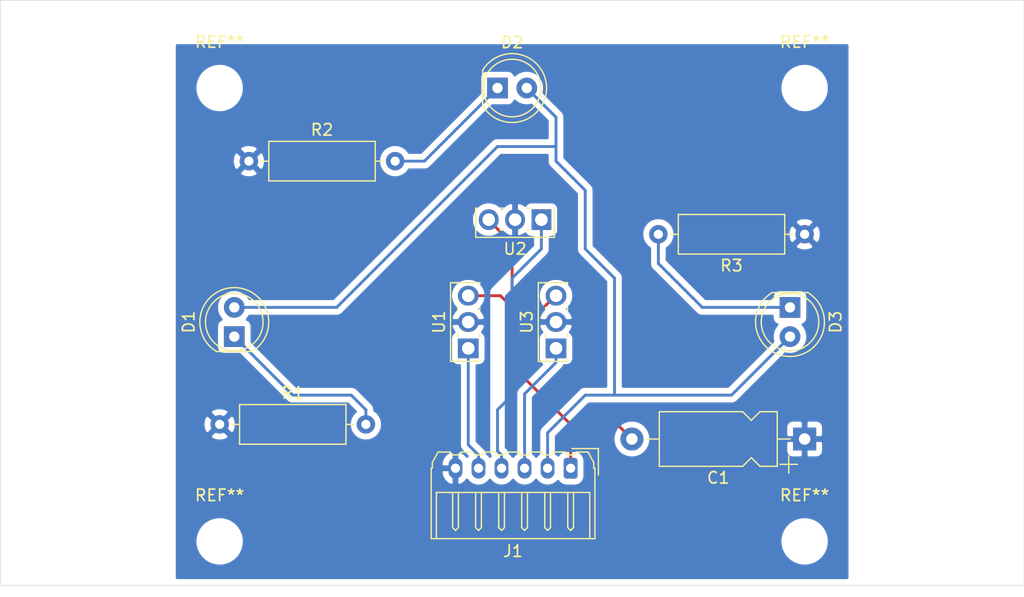
<source format=kicad_pcb>
(kicad_pcb (version 20171130) (host pcbnew "(5.1.4)-1")

  (general
    (thickness 1.6)
    (drawings 4)
    (tracks 57)
    (zones 0)
    (modules 15)
    (nets 10)
  )

  (page A4)
  (layers
    (0 F.Cu signal)
    (31 B.Cu signal)
    (32 B.Adhes user)
    (33 F.Adhes user)
    (34 B.Paste user)
    (35 F.Paste user)
    (36 B.SilkS user)
    (37 F.SilkS user)
    (38 B.Mask user)
    (39 F.Mask user)
    (40 Dwgs.User user)
    (41 Cmts.User user)
    (42 Eco1.User user)
    (43 Eco2.User user)
    (44 Edge.Cuts user)
    (45 Margin user)
    (46 B.CrtYd user)
    (47 F.CrtYd user)
    (48 B.Fab user)
    (49 F.Fab user)
  )

  (setup
    (last_trace_width 0.25)
    (trace_clearance 0.2)
    (zone_clearance 0.508)
    (zone_45_only no)
    (trace_min 0.2)
    (via_size 0.8)
    (via_drill 0.4)
    (via_min_size 0.4)
    (via_min_drill 0.3)
    (uvia_size 0.3)
    (uvia_drill 0.1)
    (uvias_allowed no)
    (uvia_min_size 0.2)
    (uvia_min_drill 0.1)
    (edge_width 0.05)
    (segment_width 0.2)
    (pcb_text_width 0.3)
    (pcb_text_size 1.5 1.5)
    (mod_edge_width 0.12)
    (mod_text_size 1 1)
    (mod_text_width 0.15)
    (pad_size 1.524 1.524)
    (pad_drill 0.762)
    (pad_to_mask_clearance 0.051)
    (solder_mask_min_width 0.25)
    (aux_axis_origin 0 0)
    (visible_elements 7FFFFFFF)
    (pcbplotparams
      (layerselection 0x010fc_ffffffff)
      (usegerberextensions false)
      (usegerberattributes false)
      (usegerberadvancedattributes false)
      (creategerberjobfile false)
      (excludeedgelayer true)
      (linewidth 0.100000)
      (plotframeref false)
      (viasonmask false)
      (mode 1)
      (useauxorigin false)
      (hpglpennumber 1)
      (hpglpenspeed 20)
      (hpglpendiameter 15.000000)
      (psnegative false)
      (psa4output false)
      (plotreference true)
      (plotvalue true)
      (plotinvisibletext false)
      (padsonsilk false)
      (subtractmaskfromsilk false)
      (outputformat 1)
      (mirror false)
      (drillshape 1)
      (scaleselection 1)
      (outputdirectory ""))
  )

  (net 0 "")
  (net 1 /38k_OUT)
  (net 2 "Net-(D1-Pad1)")
  (net 3 "Net-(D2-Pad1)")
  (net 4 "Net-(D3-Pad1)")
  (net 5 +5V)
  (net 6 /IR_M)
  (net 7 /IR_D)
  (net 8 /IR_G)
  (net 9 GND)

  (net_class Default "Ceci est la Netclass par défaut."
    (clearance 0.2)
    (trace_width 0.25)
    (via_dia 0.8)
    (via_drill 0.4)
    (uvia_dia 0.3)
    (uvia_drill 0.1)
    (add_net +5V)
    (add_net /38k_OUT)
    (add_net /IR_D)
    (add_net /IR_G)
    (add_net /IR_M)
    (add_net GND)
    (add_net "Net-(D1-Pad1)")
    (add_net "Net-(D2-Pad1)")
    (add_net "Net-(D3-Pad1)")
  )

  (module Capacitor_THT:CP_Axial_L10.0mm_D4.5mm_P15.00mm_Horizontal (layer F.Cu) (tedit 5AE50EF2) (tstamp 5DDC54E8)
    (at 127 76.2 180)
    (descr "CP, Axial series, Axial, Horizontal, pin pitch=15mm, , length*diameter=10*4.5mm^2, Electrolytic Capacitor, , http://www.vishay.com/docs/28325/021asm.pdf")
    (tags "CP Axial series Axial Horizontal pin pitch 15mm  length 10mm diameter 4.5mm Electrolytic Capacitor")
    (path /5DDC5D9E)
    (fp_text reference C1 (at 7.5 -3.37) (layer F.SilkS)
      (effects (font (size 1 1) (thickness 0.15)))
    )
    (fp_text value C (at 7.5 3.37) (layer F.Fab)
      (effects (font (size 1 1) (thickness 0.15)))
    )
    (fp_text user %R (at 7.5 0) (layer F.Fab)
      (effects (font (size 1 1) (thickness 0.15)))
    )
    (fp_line (start 16.25 -2.5) (end -1.25 -2.5) (layer F.CrtYd) (width 0.05))
    (fp_line (start 16.25 2.5) (end 16.25 -2.5) (layer F.CrtYd) (width 0.05))
    (fp_line (start -1.25 2.5) (end 16.25 2.5) (layer F.CrtYd) (width 0.05))
    (fp_line (start -1.25 -2.5) (end -1.25 2.5) (layer F.CrtYd) (width 0.05))
    (fp_line (start 13.76 0) (end 12.62 0) (layer F.SilkS) (width 0.12))
    (fp_line (start 1.24 0) (end 2.38 0) (layer F.SilkS) (width 0.12))
    (fp_line (start 5.38 2.37) (end 12.62 2.37) (layer F.SilkS) (width 0.12))
    (fp_line (start 4.63 1.62) (end 5.38 2.37) (layer F.SilkS) (width 0.12))
    (fp_line (start 3.88 2.37) (end 4.63 1.62) (layer F.SilkS) (width 0.12))
    (fp_line (start 2.38 2.37) (end 3.88 2.37) (layer F.SilkS) (width 0.12))
    (fp_line (start 5.38 -2.37) (end 12.62 -2.37) (layer F.SilkS) (width 0.12))
    (fp_line (start 4.63 -1.62) (end 5.38 -2.37) (layer F.SilkS) (width 0.12))
    (fp_line (start 3.88 -2.37) (end 4.63 -1.62) (layer F.SilkS) (width 0.12))
    (fp_line (start 2.38 -2.37) (end 3.88 -2.37) (layer F.SilkS) (width 0.12))
    (fp_line (start 12.62 -2.37) (end 12.62 2.37) (layer F.SilkS) (width 0.12))
    (fp_line (start 2.38 -2.37) (end 2.38 2.37) (layer F.SilkS) (width 0.12))
    (fp_line (start 1.38 -2.95) (end 1.38 -1.45) (layer F.SilkS) (width 0.12))
    (fp_line (start 0.63 -2.2) (end 2.13 -2.2) (layer F.SilkS) (width 0.12))
    (fp_line (start 4.65 -0.75) (end 4.65 0.75) (layer F.Fab) (width 0.1))
    (fp_line (start 3.9 0) (end 5.4 0) (layer F.Fab) (width 0.1))
    (fp_line (start 15 0) (end 12.5 0) (layer F.Fab) (width 0.1))
    (fp_line (start 0 0) (end 2.5 0) (layer F.Fab) (width 0.1))
    (fp_line (start 5.38 2.25) (end 12.5 2.25) (layer F.Fab) (width 0.1))
    (fp_line (start 4.63 1.5) (end 5.38 2.25) (layer F.Fab) (width 0.1))
    (fp_line (start 3.88 2.25) (end 4.63 1.5) (layer F.Fab) (width 0.1))
    (fp_line (start 2.5 2.25) (end 3.88 2.25) (layer F.Fab) (width 0.1))
    (fp_line (start 5.38 -2.25) (end 12.5 -2.25) (layer F.Fab) (width 0.1))
    (fp_line (start 4.63 -1.5) (end 5.38 -2.25) (layer F.Fab) (width 0.1))
    (fp_line (start 3.88 -2.25) (end 4.63 -1.5) (layer F.Fab) (width 0.1))
    (fp_line (start 2.5 -2.25) (end 3.88 -2.25) (layer F.Fab) (width 0.1))
    (fp_line (start 12.5 -2.25) (end 12.5 2.25) (layer F.Fab) (width 0.1))
    (fp_line (start 2.5 -2.25) (end 2.5 2.25) (layer F.Fab) (width 0.1))
    (pad 2 thru_hole oval (at 15 0 180) (size 2 2) (drill 1) (layers *.Cu *.Mask)
      (net 5 +5V))
    (pad 1 thru_hole rect (at 0 0 180) (size 2 2) (drill 1) (layers *.Cu *.Mask)
      (net 9 GND))
    (model ${KISYS3DMOD}/Capacitor_THT.3dshapes/CP_Axial_L10.0mm_D4.5mm_P15.00mm_Horizontal.wrl
      (at (xyz 0 0 0))
      (scale (xyz 1 1 1))
      (rotate (xyz 0 0 0))
    )
  )

  (module Resistor_THT:R_Axial_DIN0309_L9.0mm_D3.2mm_P12.70mm_Horizontal (layer F.Cu) (tedit 5AE5139B) (tstamp 5DCCA5D4)
    (at 127 58.42 180)
    (descr "Resistor, Axial_DIN0309 series, Axial, Horizontal, pin pitch=12.7mm, 0.5W = 1/2W, length*diameter=9*3.2mm^2, http://cdn-reichelt.de/documents/datenblatt/B400/1_4W%23YAG.pdf")
    (tags "Resistor Axial_DIN0309 series Axial Horizontal pin pitch 12.7mm 0.5W = 1/2W length 9mm diameter 3.2mm")
    (path /5DC69C3F)
    (fp_text reference R3 (at 6.35 -2.72) (layer F.SilkS)
      (effects (font (size 1 1) (thickness 0.15)))
    )
    (fp_text value R (at 6.35 2.72) (layer F.Fab)
      (effects (font (size 1 1) (thickness 0.15)))
    )
    (fp_text user %R (at 6.35 0) (layer F.Fab)
      (effects (font (size 1 1) (thickness 0.15)))
    )
    (fp_line (start 13.75 -1.85) (end -1.05 -1.85) (layer F.CrtYd) (width 0.05))
    (fp_line (start 13.75 1.85) (end 13.75 -1.85) (layer F.CrtYd) (width 0.05))
    (fp_line (start -1.05 1.85) (end 13.75 1.85) (layer F.CrtYd) (width 0.05))
    (fp_line (start -1.05 -1.85) (end -1.05 1.85) (layer F.CrtYd) (width 0.05))
    (fp_line (start 11.66 0) (end 10.97 0) (layer F.SilkS) (width 0.12))
    (fp_line (start 1.04 0) (end 1.73 0) (layer F.SilkS) (width 0.12))
    (fp_line (start 10.97 -1.72) (end 1.73 -1.72) (layer F.SilkS) (width 0.12))
    (fp_line (start 10.97 1.72) (end 10.97 -1.72) (layer F.SilkS) (width 0.12))
    (fp_line (start 1.73 1.72) (end 10.97 1.72) (layer F.SilkS) (width 0.12))
    (fp_line (start 1.73 -1.72) (end 1.73 1.72) (layer F.SilkS) (width 0.12))
    (fp_line (start 12.7 0) (end 10.85 0) (layer F.Fab) (width 0.1))
    (fp_line (start 0 0) (end 1.85 0) (layer F.Fab) (width 0.1))
    (fp_line (start 10.85 -1.6) (end 1.85 -1.6) (layer F.Fab) (width 0.1))
    (fp_line (start 10.85 1.6) (end 10.85 -1.6) (layer F.Fab) (width 0.1))
    (fp_line (start 1.85 1.6) (end 10.85 1.6) (layer F.Fab) (width 0.1))
    (fp_line (start 1.85 -1.6) (end 1.85 1.6) (layer F.Fab) (width 0.1))
    (pad 2 thru_hole oval (at 12.7 0 180) (size 1.6 1.6) (drill 0.8) (layers *.Cu *.Mask)
      (net 4 "Net-(D3-Pad1)"))
    (pad 1 thru_hole circle (at 0 0 180) (size 1.6 1.6) (drill 0.8) (layers *.Cu *.Mask)
      (net 9 GND))
    (model ${KISYS3DMOD}/Resistor_THT.3dshapes/R_Axial_DIN0309_L9.0mm_D3.2mm_P12.70mm_Horizontal.wrl
      (at (xyz 0 0 0))
      (scale (xyz 1 1 1))
      (rotate (xyz 0 0 0))
    )
  )

  (module Resistor_THT:R_Axial_DIN0309_L9.0mm_D3.2mm_P12.70mm_Horizontal (layer F.Cu) (tedit 5AE5139B) (tstamp 5DCB8346)
    (at 78.74 52.07)
    (descr "Resistor, Axial_DIN0309 series, Axial, Horizontal, pin pitch=12.7mm, 0.5W = 1/2W, length*diameter=9*3.2mm^2, http://cdn-reichelt.de/documents/datenblatt/B400/1_4W%23YAG.pdf")
    (tags "Resistor Axial_DIN0309 series Axial Horizontal pin pitch 12.7mm 0.5W = 1/2W length 9mm diameter 3.2mm")
    (path /5DC5754E)
    (fp_text reference R2 (at 6.35 -2.72) (layer F.SilkS)
      (effects (font (size 1 1) (thickness 0.15)))
    )
    (fp_text value R (at 6.35 2.72) (layer F.Fab)
      (effects (font (size 1 1) (thickness 0.15)))
    )
    (fp_text user %R (at 6.35 0) (layer F.Fab)
      (effects (font (size 1 1) (thickness 0.15)))
    )
    (fp_line (start 13.75 -1.85) (end -1.05 -1.85) (layer F.CrtYd) (width 0.05))
    (fp_line (start 13.75 1.85) (end 13.75 -1.85) (layer F.CrtYd) (width 0.05))
    (fp_line (start -1.05 1.85) (end 13.75 1.85) (layer F.CrtYd) (width 0.05))
    (fp_line (start -1.05 -1.85) (end -1.05 1.85) (layer F.CrtYd) (width 0.05))
    (fp_line (start 11.66 0) (end 10.97 0) (layer F.SilkS) (width 0.12))
    (fp_line (start 1.04 0) (end 1.73 0) (layer F.SilkS) (width 0.12))
    (fp_line (start 10.97 -1.72) (end 1.73 -1.72) (layer F.SilkS) (width 0.12))
    (fp_line (start 10.97 1.72) (end 10.97 -1.72) (layer F.SilkS) (width 0.12))
    (fp_line (start 1.73 1.72) (end 10.97 1.72) (layer F.SilkS) (width 0.12))
    (fp_line (start 1.73 -1.72) (end 1.73 1.72) (layer F.SilkS) (width 0.12))
    (fp_line (start 12.7 0) (end 10.85 0) (layer F.Fab) (width 0.1))
    (fp_line (start 0 0) (end 1.85 0) (layer F.Fab) (width 0.1))
    (fp_line (start 10.85 -1.6) (end 1.85 -1.6) (layer F.Fab) (width 0.1))
    (fp_line (start 10.85 1.6) (end 10.85 -1.6) (layer F.Fab) (width 0.1))
    (fp_line (start 1.85 1.6) (end 10.85 1.6) (layer F.Fab) (width 0.1))
    (fp_line (start 1.85 -1.6) (end 1.85 1.6) (layer F.Fab) (width 0.1))
    (pad 2 thru_hole oval (at 12.7 0) (size 1.6 1.6) (drill 0.8) (layers *.Cu *.Mask)
      (net 3 "Net-(D2-Pad1)"))
    (pad 1 thru_hole circle (at 0 0) (size 1.6 1.6) (drill 0.8) (layers *.Cu *.Mask)
      (net 9 GND))
    (model ${KISYS3DMOD}/Resistor_THT.3dshapes/R_Axial_DIN0309_L9.0mm_D3.2mm_P12.70mm_Horizontal.wrl
      (at (xyz 0 0 0))
      (scale (xyz 1 1 1))
      (rotate (xyz 0 0 0))
    )
  )

  (module Resistor_THT:R_Axial_DIN0309_L9.0mm_D3.2mm_P12.70mm_Horizontal (layer F.Cu) (tedit 5AE5139B) (tstamp 5DCB779D)
    (at 76.2 74.93)
    (descr "Resistor, Axial_DIN0309 series, Axial, Horizontal, pin pitch=12.7mm, 0.5W = 1/2W, length*diameter=9*3.2mm^2, http://cdn-reichelt.de/documents/datenblatt/B400/1_4W%23YAG.pdf")
    (tags "Resistor Axial_DIN0309 series Axial Horizontal pin pitch 12.7mm 0.5W = 1/2W length 9mm diameter 3.2mm")
    (path /5DC60FB1)
    (fp_text reference R1 (at 6.35 -2.72) (layer F.SilkS)
      (effects (font (size 1 1) (thickness 0.15)))
    )
    (fp_text value R (at 6.35 2.72) (layer F.Fab)
      (effects (font (size 1 1) (thickness 0.15)))
    )
    (fp_text user %R (at 6.35 0) (layer F.Fab)
      (effects (font (size 1 1) (thickness 0.15)))
    )
    (fp_line (start 13.75 -1.85) (end -1.05 -1.85) (layer F.CrtYd) (width 0.05))
    (fp_line (start 13.75 1.85) (end 13.75 -1.85) (layer F.CrtYd) (width 0.05))
    (fp_line (start -1.05 1.85) (end 13.75 1.85) (layer F.CrtYd) (width 0.05))
    (fp_line (start -1.05 -1.85) (end -1.05 1.85) (layer F.CrtYd) (width 0.05))
    (fp_line (start 11.66 0) (end 10.97 0) (layer F.SilkS) (width 0.12))
    (fp_line (start 1.04 0) (end 1.73 0) (layer F.SilkS) (width 0.12))
    (fp_line (start 10.97 -1.72) (end 1.73 -1.72) (layer F.SilkS) (width 0.12))
    (fp_line (start 10.97 1.72) (end 10.97 -1.72) (layer F.SilkS) (width 0.12))
    (fp_line (start 1.73 1.72) (end 10.97 1.72) (layer F.SilkS) (width 0.12))
    (fp_line (start 1.73 -1.72) (end 1.73 1.72) (layer F.SilkS) (width 0.12))
    (fp_line (start 12.7 0) (end 10.85 0) (layer F.Fab) (width 0.1))
    (fp_line (start 0 0) (end 1.85 0) (layer F.Fab) (width 0.1))
    (fp_line (start 10.85 -1.6) (end 1.85 -1.6) (layer F.Fab) (width 0.1))
    (fp_line (start 10.85 1.6) (end 10.85 -1.6) (layer F.Fab) (width 0.1))
    (fp_line (start 1.85 1.6) (end 10.85 1.6) (layer F.Fab) (width 0.1))
    (fp_line (start 1.85 -1.6) (end 1.85 1.6) (layer F.Fab) (width 0.1))
    (pad 2 thru_hole oval (at 12.7 0) (size 1.6 1.6) (drill 0.8) (layers *.Cu *.Mask)
      (net 2 "Net-(D1-Pad1)"))
    (pad 1 thru_hole circle (at 0 0) (size 1.6 1.6) (drill 0.8) (layers *.Cu *.Mask)
      (net 9 GND))
    (model ${KISYS3DMOD}/Resistor_THT.3dshapes/R_Axial_DIN0309_L9.0mm_D3.2mm_P12.70mm_Horizontal.wrl
      (at (xyz 0 0 0))
      (scale (xyz 1 1 1))
      (rotate (xyz 0 0 0))
    )
  )

  (module MountingHole:MountingHole_3mm (layer F.Cu) (tedit 56D1B4CB) (tstamp 5DCDC5CA)
    (at 76.2 85.09)
    (descr "Mounting Hole 3mm, no annular")
    (tags "mounting hole 3mm no annular")
    (attr virtual)
    (fp_text reference REF** (at 0 -4) (layer F.SilkS)
      (effects (font (size 1 1) (thickness 0.15)))
    )
    (fp_text value MountingHole_3mm (at 0 4) (layer F.Fab)
      (effects (font (size 1 1) (thickness 0.15)))
    )
    (fp_circle (center 0 0) (end 3.25 0) (layer F.CrtYd) (width 0.05))
    (fp_circle (center 0 0) (end 3 0) (layer Cmts.User) (width 0.15))
    (fp_text user %R (at 0.3 0) (layer F.Fab)
      (effects (font (size 1 1) (thickness 0.15)))
    )
    (pad 1 np_thru_hole circle (at 0 0) (size 3 3) (drill 3) (layers *.Cu *.Mask))
  )

  (module MountingHole:MountingHole_3mm (layer F.Cu) (tedit 56D1B4CB) (tstamp 5DCDC5AD)
    (at 127 85.09)
    (descr "Mounting Hole 3mm, no annular")
    (tags "mounting hole 3mm no annular")
    (attr virtual)
    (fp_text reference REF** (at 0 -4) (layer F.SilkS)
      (effects (font (size 1 1) (thickness 0.15)))
    )
    (fp_text value MountingHole_3mm (at 0 4) (layer F.Fab)
      (effects (font (size 1 1) (thickness 0.15)))
    )
    (fp_circle (center 0 0) (end 3.25 0) (layer F.CrtYd) (width 0.05))
    (fp_circle (center 0 0) (end 3 0) (layer Cmts.User) (width 0.15))
    (fp_text user %R (at 0.3 0) (layer F.Fab)
      (effects (font (size 1 1) (thickness 0.15)))
    )
    (pad 1 np_thru_hole circle (at 0 0) (size 3 3) (drill 3) (layers *.Cu *.Mask))
  )

  (module MountingHole:MountingHole_3mm (layer F.Cu) (tedit 56D1B4CB) (tstamp 5DCDC590)
    (at 127 45.72)
    (descr "Mounting Hole 3mm, no annular")
    (tags "mounting hole 3mm no annular")
    (attr virtual)
    (fp_text reference REF** (at 0 -4) (layer F.SilkS)
      (effects (font (size 1 1) (thickness 0.15)))
    )
    (fp_text value MountingHole_3mm (at 0 4) (layer F.Fab)
      (effects (font (size 1 1) (thickness 0.15)))
    )
    (fp_circle (center 0 0) (end 3.25 0) (layer F.CrtYd) (width 0.05))
    (fp_circle (center 0 0) (end 3 0) (layer Cmts.User) (width 0.15))
    (fp_text user %R (at 0.3 0) (layer F.Fab)
      (effects (font (size 1 1) (thickness 0.15)))
    )
    (pad 1 np_thru_hole circle (at 0 0) (size 3 3) (drill 3) (layers *.Cu *.Mask))
  )

  (module MountingHole:MountingHole_3mm (layer F.Cu) (tedit 56D1B4CB) (tstamp 5DCDC573)
    (at 76.2 45.72)
    (descr "Mounting Hole 3mm, no annular")
    (tags "mounting hole 3mm no annular")
    (attr virtual)
    (fp_text reference REF** (at 0 -4) (layer F.SilkS)
      (effects (font (size 1 1) (thickness 0.15)))
    )
    (fp_text value MountingHole_3mm (at 0 4) (layer F.Fab)
      (effects (font (size 1 1) (thickness 0.15)))
    )
    (fp_circle (center 0 0) (end 3.25 0) (layer F.CrtYd) (width 0.05))
    (fp_circle (center 0 0) (end 3 0) (layer Cmts.User) (width 0.15))
    (fp_text user %R (at 0.3 0) (layer F.Fab)
      (effects (font (size 1 1) (thickness 0.15)))
    )
    (pad 1 np_thru_hole circle (at 0 0) (size 3 3) (drill 3) (layers *.Cu *.Mask))
  )

  (module Connector_Molex:Molex_Micro-Latch_53254-0670_1x06_P2.00mm_Horizontal (layer F.Cu) (tedit 5B78163C) (tstamp 5DDC4FF1)
    (at 106.68 78.74 180)
    (descr "Molex Micro-Latch Wire-to-Board Connector System, 53254-0670 (compatible alternatives: 53254-0650), 6 Pins per row (http://www.molex.com/pdm_docs/sd/532530770_sd.pdf), generated with kicad-footprint-generator")
    (tags "connector Molex Micro-Latch top entry")
    (path /5DC5A437)
    (fp_text reference J1 (at 5 -7.2) (layer F.SilkS)
      (effects (font (size 1 1) (thickness 0.15)))
    )
    (fp_text value Conn_01x06_Male (at 5 2.5) (layer F.Fab)
      (effects (font (size 1 1) (thickness 0.15)))
    )
    (fp_line (start -2 -6) (end -2 1.3) (layer F.Fab) (width 0.1))
    (fp_line (start -2 1.3) (end 12 1.3) (layer F.Fab) (width 0.1))
    (fp_line (start 12 1.3) (end 12 -6) (layer F.Fab) (width 0.1))
    (fp_line (start 12 -6) (end -2 -6) (layer F.Fab) (width 0.1))
    (fp_line (start -0.3 1.16) (end -0.5 1.41) (layer F.SilkS) (width 0.12))
    (fp_line (start -0.5 1.41) (end -1.51 1.41) (layer F.SilkS) (width 0.12))
    (fp_line (start -1.51 1.41) (end -2.01 0.5) (layer F.SilkS) (width 0.12))
    (fp_line (start -2.01 0.5) (end -2.01 0) (layer F.SilkS) (width 0.12))
    (fp_line (start -2.01 0) (end -2.11 0) (layer F.SilkS) (width 0.12))
    (fp_line (start -2.11 0) (end -2.11 -6.11) (layer F.SilkS) (width 0.12))
    (fp_line (start -2.11 -6.11) (end 5 -6.11) (layer F.SilkS) (width 0.12))
    (fp_line (start 10.3 1.16) (end 10.5 1.41) (layer F.SilkS) (width 0.12))
    (fp_line (start 10.5 1.41) (end 11.51 1.41) (layer F.SilkS) (width 0.12))
    (fp_line (start 11.51 1.41) (end 12.01 0.5) (layer F.SilkS) (width 0.12))
    (fp_line (start 12.01 0.5) (end 12.01 0) (layer F.SilkS) (width 0.12))
    (fp_line (start 12.01 0) (end 12.11 0) (layer F.SilkS) (width 0.12))
    (fp_line (start 12.11 0) (end 12.11 -6.11) (layer F.SilkS) (width 0.12))
    (fp_line (start 12.11 -6.11) (end 5 -6.11) (layer F.SilkS) (width 0.12))
    (fp_line (start -0.3 1.16) (end 0.3 1.16) (layer F.SilkS) (width 0.12))
    (fp_line (start 0.3 1.16) (end 0.5 1.41) (layer F.SilkS) (width 0.12))
    (fp_line (start 0.5 1.41) (end 1.5 1.41) (layer F.SilkS) (width 0.12))
    (fp_line (start 1.5 1.41) (end 1.7 1.16) (layer F.SilkS) (width 0.12))
    (fp_line (start 1.7 1.16) (end 2.3 1.16) (layer F.SilkS) (width 0.12))
    (fp_line (start 2.3 1.16) (end 2.5 1.41) (layer F.SilkS) (width 0.12))
    (fp_line (start 2.5 1.41) (end 3.5 1.41) (layer F.SilkS) (width 0.12))
    (fp_line (start 3.5 1.41) (end 3.7 1.16) (layer F.SilkS) (width 0.12))
    (fp_line (start 3.7 1.16) (end 4.3 1.16) (layer F.SilkS) (width 0.12))
    (fp_line (start 4.3 1.16) (end 4.5 1.41) (layer F.SilkS) (width 0.12))
    (fp_line (start 4.5 1.41) (end 5.5 1.41) (layer F.SilkS) (width 0.12))
    (fp_line (start 5.5 1.41) (end 5.7 1.16) (layer F.SilkS) (width 0.12))
    (fp_line (start 5.7 1.16) (end 6.3 1.16) (layer F.SilkS) (width 0.12))
    (fp_line (start 6.3 1.16) (end 6.5 1.41) (layer F.SilkS) (width 0.12))
    (fp_line (start 6.5 1.41) (end 7.5 1.41) (layer F.SilkS) (width 0.12))
    (fp_line (start 7.5 1.41) (end 7.7 1.16) (layer F.SilkS) (width 0.12))
    (fp_line (start 7.7 1.16) (end 8.3 1.16) (layer F.SilkS) (width 0.12))
    (fp_line (start 8.3 1.16) (end 8.5 1.41) (layer F.SilkS) (width 0.12))
    (fp_line (start 8.5 1.41) (end 9.5 1.41) (layer F.SilkS) (width 0.12))
    (fp_line (start 9.5 1.41) (end 9.7 1.16) (layer F.SilkS) (width 0.12))
    (fp_line (start 9.7 1.16) (end 10.3 1.16) (layer F.SilkS) (width 0.12))
    (fp_line (start -0.11 1.71) (end -2.41 1.71) (layer F.SilkS) (width 0.12))
    (fp_line (start -2.41 1.71) (end -2.41 -0.59) (layer F.SilkS) (width 0.12))
    (fp_line (start -0.5 1.3) (end 0 0.592893) (layer F.Fab) (width 0.1))
    (fp_line (start 0 0.592893) (end 0.5 1.3) (layer F.Fab) (width 0.1))
    (fp_line (start -1.66 -6.11) (end -1.66 -2.1) (layer F.SilkS) (width 0.12))
    (fp_line (start -1.66 -2.1) (end 11.66 -2.1) (layer F.SilkS) (width 0.12))
    (fp_line (start 11.66 -2.1) (end 11.66 -6.11) (layer F.SilkS) (width 0.12))
    (fp_line (start -0.25 -2.1) (end -0.25 -5.15) (layer F.SilkS) (width 0.12))
    (fp_line (start -0.25 -5.15) (end 0 -5.4) (layer F.SilkS) (width 0.12))
    (fp_line (start 0 -5.4) (end 0.25 -5.15) (layer F.SilkS) (width 0.12))
    (fp_line (start 0.25 -5.15) (end 0.25 -2.1) (layer F.SilkS) (width 0.12))
    (fp_line (start 1.75 -2.1) (end 1.75 -5.15) (layer F.SilkS) (width 0.12))
    (fp_line (start 1.75 -5.15) (end 2 -5.4) (layer F.SilkS) (width 0.12))
    (fp_line (start 2 -5.4) (end 2.25 -5.15) (layer F.SilkS) (width 0.12))
    (fp_line (start 2.25 -5.15) (end 2.25 -2.1) (layer F.SilkS) (width 0.12))
    (fp_line (start 3.75 -2.1) (end 3.75 -5.15) (layer F.SilkS) (width 0.12))
    (fp_line (start 3.75 -5.15) (end 4 -5.4) (layer F.SilkS) (width 0.12))
    (fp_line (start 4 -5.4) (end 4.25 -5.15) (layer F.SilkS) (width 0.12))
    (fp_line (start 4.25 -5.15) (end 4.25 -2.1) (layer F.SilkS) (width 0.12))
    (fp_line (start 5.75 -2.1) (end 5.75 -5.15) (layer F.SilkS) (width 0.12))
    (fp_line (start 5.75 -5.15) (end 6 -5.4) (layer F.SilkS) (width 0.12))
    (fp_line (start 6 -5.4) (end 6.25 -5.15) (layer F.SilkS) (width 0.12))
    (fp_line (start 6.25 -5.15) (end 6.25 -2.1) (layer F.SilkS) (width 0.12))
    (fp_line (start 7.75 -2.1) (end 7.75 -5.15) (layer F.SilkS) (width 0.12))
    (fp_line (start 7.75 -5.15) (end 8 -5.4) (layer F.SilkS) (width 0.12))
    (fp_line (start 8 -5.4) (end 8.25 -5.15) (layer F.SilkS) (width 0.12))
    (fp_line (start 8.25 -5.15) (end 8.25 -2.1) (layer F.SilkS) (width 0.12))
    (fp_line (start 9.75 -2.1) (end 9.75 -5.15) (layer F.SilkS) (width 0.12))
    (fp_line (start 9.75 -5.15) (end 10 -5.4) (layer F.SilkS) (width 0.12))
    (fp_line (start 10 -5.4) (end 10.25 -5.15) (layer F.SilkS) (width 0.12))
    (fp_line (start 10.25 -5.15) (end 10.25 -2.1) (layer F.SilkS) (width 0.12))
    (fp_line (start -2.5 -6.5) (end -2.5 1.8) (layer F.CrtYd) (width 0.05))
    (fp_line (start -2.5 1.8) (end 12.5 1.8) (layer F.CrtYd) (width 0.05))
    (fp_line (start 12.5 1.8) (end 12.5 -6.5) (layer F.CrtYd) (width 0.05))
    (fp_line (start 12.5 -6.5) (end -2.5 -6.5) (layer F.CrtYd) (width 0.05))
    (fp_text user %R (at 5 -5.3) (layer F.Fab)
      (effects (font (size 1 1) (thickness 0.15)))
    )
    (pad 1 thru_hole roundrect (at 0 0 180) (size 1.2 1.8) (drill 0.8) (layers *.Cu *.Mask) (roundrect_rratio 0.208333)
      (net 5 +5V))
    (pad 2 thru_hole oval (at 2 0 180) (size 1.2 1.8) (drill 0.8) (layers *.Cu *.Mask)
      (net 1 /38k_OUT))
    (pad 3 thru_hole oval (at 4 0 180) (size 1.2 1.8) (drill 0.8) (layers *.Cu *.Mask)
      (net 7 /IR_D))
    (pad 4 thru_hole oval (at 6 0 180) (size 1.2 1.8) (drill 0.8) (layers *.Cu *.Mask)
      (net 6 /IR_M))
    (pad 5 thru_hole oval (at 8 0 180) (size 1.2 1.8) (drill 0.8) (layers *.Cu *.Mask)
      (net 8 /IR_G))
    (pad 6 thru_hole oval (at 10 0 180) (size 1.2 1.8) (drill 0.8) (layers *.Cu *.Mask)
      (net 9 GND))
    (model ${KISYS3DMOD}/Connector_Molex.3dshapes/Molex_Micro-Latch_53254-0670_1x06_P2.00mm_Horizontal.wrl
      (at (xyz 0 0 0))
      (scale (xyz 1 1 1))
      (rotate (xyz 0 0 0))
    )
  )

  (module LED_THT:LED_D5.0mm_IRBlack (layer F.Cu) (tedit 5A6C9BB8) (tstamp 5DDC45A1)
    (at 77.47 67.31 90)
    (descr "LED, diameter 5.0mm, 2 pins, http://cdn-reichelt.de/documents/datenblatt/A500/LL-504BC2E-009.pdf")
    (tags "LED diameter 5.0mm 2 pins")
    (path /5DC60FAB)
    (fp_text reference D1 (at 1.27 -3.96 90) (layer F.SilkS)
      (effects (font (size 1 1) (thickness 0.15)))
    )
    (fp_text value LED (at 1.27 3.96 90) (layer F.Fab)
      (effects (font (size 1 1) (thickness 0.15)))
    )
    (fp_arc (start 1.27 0) (end -1.29 1.54483) (angle -148.9) (layer F.SilkS) (width 0.12))
    (fp_arc (start 1.27 0) (end -1.29 -1.54483) (angle 148.9) (layer F.SilkS) (width 0.12))
    (fp_arc (start 1.27 0) (end -1.23 -1.469694) (angle 299.1) (layer F.Fab) (width 0.1))
    (fp_circle (center 1.27 0) (end 3.77 0) (layer F.SilkS) (width 0.12))
    (fp_circle (center 1.27 0) (end 3.77 0) (layer F.Fab) (width 0.1))
    (fp_line (start 4.5 -3.25) (end -1.95 -3.25) (layer F.CrtYd) (width 0.05))
    (fp_line (start 4.5 3.25) (end 4.5 -3.25) (layer F.CrtYd) (width 0.05))
    (fp_line (start -1.95 3.25) (end 4.5 3.25) (layer F.CrtYd) (width 0.05))
    (fp_line (start -1.95 -3.25) (end -1.95 3.25) (layer F.CrtYd) (width 0.05))
    (fp_line (start -1.29 -1.545) (end -1.29 1.545) (layer F.SilkS) (width 0.12))
    (fp_line (start -1.23 -1.469694) (end -1.23 1.469694) (layer F.Fab) (width 0.1))
    (fp_text user %R (at 1.25 0 90) (layer F.Fab)
      (effects (font (size 0.8 0.8) (thickness 0.2)))
    )
    (pad 2 thru_hole circle (at 2.54 0 90) (size 1.8 1.8) (drill 0.9) (layers *.Cu *.Mask)
      (net 1 /38k_OUT))
    (pad 1 thru_hole rect (at 0 0 90) (size 1.8 1.8) (drill 0.9) (layers *.Cu *.Mask)
      (net 2 "Net-(D1-Pad1)"))
    (model ${KISYS3DMOD}/LED_THT.3dshapes/LED_D5.0mm_IRBlack.wrl
      (at (xyz 0 0 0))
      (scale (xyz 1 1 1))
      (rotate (xyz 0 0 0))
    )
  )

  (module LED_THT:LED_D5.0mm_IRBlack (layer F.Cu) (tedit 5A6C9BB8) (tstamp 5DCB771F)
    (at 100.33 45.72)
    (descr "LED, diameter 5.0mm, 2 pins, http://cdn-reichelt.de/documents/datenblatt/A500/LL-504BC2E-009.pdf")
    (tags "LED diameter 5.0mm 2 pins")
    (path /5DC56DB1)
    (fp_text reference D2 (at 1.27 -3.96) (layer F.SilkS)
      (effects (font (size 1 1) (thickness 0.15)))
    )
    (fp_text value LED (at 1.27 3.96) (layer F.Fab)
      (effects (font (size 1 1) (thickness 0.15)))
    )
    (fp_text user %R (at 1.25 0) (layer F.Fab)
      (effects (font (size 0.8 0.8) (thickness 0.2)))
    )
    (fp_line (start -1.23 -1.469694) (end -1.23 1.469694) (layer F.Fab) (width 0.1))
    (fp_line (start -1.29 -1.545) (end -1.29 1.545) (layer F.SilkS) (width 0.12))
    (fp_line (start -1.95 -3.25) (end -1.95 3.25) (layer F.CrtYd) (width 0.05))
    (fp_line (start -1.95 3.25) (end 4.5 3.25) (layer F.CrtYd) (width 0.05))
    (fp_line (start 4.5 3.25) (end 4.5 -3.25) (layer F.CrtYd) (width 0.05))
    (fp_line (start 4.5 -3.25) (end -1.95 -3.25) (layer F.CrtYd) (width 0.05))
    (fp_circle (center 1.27 0) (end 3.77 0) (layer F.Fab) (width 0.1))
    (fp_circle (center 1.27 0) (end 3.77 0) (layer F.SilkS) (width 0.12))
    (fp_arc (start 1.27 0) (end -1.23 -1.469694) (angle 299.1) (layer F.Fab) (width 0.1))
    (fp_arc (start 1.27 0) (end -1.29 -1.54483) (angle 148.9) (layer F.SilkS) (width 0.12))
    (fp_arc (start 1.27 0) (end -1.29 1.54483) (angle -148.9) (layer F.SilkS) (width 0.12))
    (pad 1 thru_hole rect (at 0 0) (size 1.8 1.8) (drill 0.9) (layers *.Cu *.Mask)
      (net 3 "Net-(D2-Pad1)"))
    (pad 2 thru_hole circle (at 2.54 0) (size 1.8 1.8) (drill 0.9) (layers *.Cu *.Mask)
      (net 1 /38k_OUT))
    (model ${KISYS3DMOD}/LED_THT.3dshapes/LED_D5.0mm_IRBlack.wrl
      (at (xyz 0 0 0))
      (scale (xyz 1 1 1))
      (rotate (xyz 0 0 0))
    )
  )

  (module LED_THT:LED_D5.0mm_IRBlack (layer F.Cu) (tedit 5A6C9BB8) (tstamp 5DCB824C)
    (at 125.73 64.77 270)
    (descr "LED, diameter 5.0mm, 2 pins, http://cdn-reichelt.de/documents/datenblatt/A500/LL-504BC2E-009.pdf")
    (tags "LED diameter 5.0mm 2 pins")
    (path /5DC69C39)
    (fp_text reference D3 (at 1.27 -3.96 90) (layer F.SilkS)
      (effects (font (size 1 1) (thickness 0.15)))
    )
    (fp_text value LED (at 1.27 3.96 90) (layer F.Fab)
      (effects (font (size 1 1) (thickness 0.15)))
    )
    (fp_text user %R (at 0.614999 -1.705001 90) (layer F.Fab)
      (effects (font (size 0.8 0.8) (thickness 0.2)))
    )
    (fp_line (start -1.23 -1.469694) (end -1.23 1.469694) (layer F.Fab) (width 0.1))
    (fp_line (start -1.29 -1.545) (end -1.29 1.545) (layer F.SilkS) (width 0.12))
    (fp_line (start -1.95 -3.25) (end -1.95 3.25) (layer F.CrtYd) (width 0.05))
    (fp_line (start -1.95 3.25) (end 4.5 3.25) (layer F.CrtYd) (width 0.05))
    (fp_line (start 4.5 3.25) (end 4.5 -3.25) (layer F.CrtYd) (width 0.05))
    (fp_line (start 4.5 -3.25) (end -1.95 -3.25) (layer F.CrtYd) (width 0.05))
    (fp_circle (center 1.27 0) (end 3.77 0) (layer F.Fab) (width 0.1))
    (fp_circle (center 1.27 0) (end 3.77 0) (layer F.SilkS) (width 0.12))
    (fp_arc (start 1.27 0) (end -1.23 -1.469694) (angle 299.1) (layer F.Fab) (width 0.1))
    (fp_arc (start 1.27 0) (end -1.29 -1.54483) (angle 148.9) (layer F.SilkS) (width 0.12))
    (fp_arc (start 1.27 0) (end -1.29 1.54483) (angle -148.9) (layer F.SilkS) (width 0.12))
    (pad 1 thru_hole rect (at 0 0 270) (size 1.8 1.8) (drill 0.9) (layers *.Cu *.Mask)
      (net 4 "Net-(D3-Pad1)"))
    (pad 2 thru_hole circle (at 2.54 0 270) (size 1.8 1.8) (drill 0.9) (layers *.Cu *.Mask)
      (net 1 /38k_OUT))
    (model ${KISYS3DMOD}/LED_THT.3dshapes/LED_D5.0mm_IRBlack.wrl
      (at (xyz 0 0 0))
      (scale (xyz 1 1 1))
      (rotate (xyz 0 0 0))
    )
  )

  (module Package_TO_SOT_THT:SIPAK_Vertical (layer F.Cu) (tedit 5ACC4916) (tstamp 5DCB77E7)
    (at 97.79 68.326 90)
    (descr "SIPAK, Vertical, RM 2.286mm")
    (tags "SIPAK Vertical RM 2.286mm")
    (path /5DC5B279)
    (fp_text reference U1 (at 2.286 -2.54 90) (layer F.SilkS)
      (effects (font (size 1 1) (thickness 0.15)))
    )
    (fp_text value IR_peter (at 2.286 2.15 90) (layer F.Fab)
      (effects (font (size 1 1) (thickness 0.15)))
    )
    (fp_text user %R (at 2.286 -2.54 90) (layer F.Fab)
      (effects (font (size 1 1) (thickness 0.15)))
    )
    (fp_line (start 5.84 -1.67) (end -1.27 -1.67) (layer F.CrtYd) (width 0.05))
    (fp_line (start 5.84 1.15) (end 5.84 -1.67) (layer F.CrtYd) (width 0.05))
    (fp_line (start -1.27 1.15) (end 5.84 1.15) (layer F.CrtYd) (width 0.05))
    (fp_line (start -1.27 -1.67) (end -1.27 1.15) (layer F.CrtYd) (width 0.05))
    (fp_line (start 5.58 -0.9) (end 5.706 -0.9) (layer F.SilkS) (width 0.12))
    (fp_line (start 3.294 -0.9) (end 3.565 -0.9) (layer F.SilkS) (width 0.12))
    (fp_line (start 1.008 -0.9) (end 1.279 -0.9) (layer F.SilkS) (width 0.12))
    (fp_line (start -1.134 -0.9) (end -1.008 -0.9) (layer F.SilkS) (width 0.12))
    (fp_line (start 5.706 -1.54) (end 5.706 1) (layer F.SilkS) (width 0.12))
    (fp_line (start -1.134 -1.54) (end -1.134 1) (layer F.SilkS) (width 0.12))
    (fp_line (start 5.58 1) (end 5.706 1) (layer F.SilkS) (width 0.12))
    (fp_line (start 3.294 1) (end 3.565 1) (layer F.SilkS) (width 0.12))
    (fp_line (start 1.008 1) (end 1.279 1) (layer F.SilkS) (width 0.12))
    (fp_line (start -1.134 1) (end -1.008 1) (layer F.SilkS) (width 0.12))
    (fp_line (start -1.134 -1.54) (end 5.706 -1.54) (layer F.SilkS) (width 0.12))
    (fp_line (start -1.014 -1.02) (end 5.586 -1.02) (layer F.Fab) (width 0.1))
    (fp_line (start 5.586 -1.42) (end -1.014 -1.42) (layer F.Fab) (width 0.1))
    (fp_line (start 5.586 0.88) (end 5.586 -1.42) (layer F.Fab) (width 0.1))
    (fp_line (start -1.014 0.88) (end 5.586 0.88) (layer F.Fab) (width 0.1))
    (fp_line (start -1.014 -1.42) (end -1.014 0.88) (layer F.Fab) (width 0.1))
    (pad 3 thru_hole oval (at 4.572 0 90) (size 1.7145 1.8) (drill 1.1) (layers *.Cu *.Mask)
      (net 5 +5V))
    (pad 2 thru_hole oval (at 2.286 0 90) (size 1.7145 1.8) (drill 1.1) (layers *.Cu *.Mask)
      (net 9 GND))
    (pad 1 thru_hole rect (at 0 0 90) (size 1.7145 1.8) (drill 1.1) (layers *.Cu *.Mask)
      (net 8 /IR_G))
    (model ${KISYS3DMOD}/Package_TO_SOT_THT.3dshapes/SIPAK_Vertical.wrl
      (at (xyz 0 0 0))
      (scale (xyz 1 1 1))
      (rotate (xyz 0 0 0))
    )
  )

  (module Package_TO_SOT_THT:SIPAK_Vertical (layer F.Cu) (tedit 5ACC4916) (tstamp 5DCB7803)
    (at 104.14 57.15 180)
    (descr "SIPAK, Vertical, RM 2.286mm")
    (tags "SIPAK Vertical RM 2.286mm")
    (path /5DC5641F)
    (fp_text reference U2 (at 2.286 -2.54) (layer F.SilkS)
      (effects (font (size 1 1) (thickness 0.15)))
    )
    (fp_text value IR_peter (at 2.286 2.15) (layer F.Fab)
      (effects (font (size 1 1) (thickness 0.15)))
    )
    (fp_line (start -1.014 -1.42) (end -1.014 0.88) (layer F.Fab) (width 0.1))
    (fp_line (start -1.014 0.88) (end 5.586 0.88) (layer F.Fab) (width 0.1))
    (fp_line (start 5.586 0.88) (end 5.586 -1.42) (layer F.Fab) (width 0.1))
    (fp_line (start 5.586 -1.42) (end -1.014 -1.42) (layer F.Fab) (width 0.1))
    (fp_line (start -1.014 -1.02) (end 5.586 -1.02) (layer F.Fab) (width 0.1))
    (fp_line (start -1.134 -1.54) (end 5.706 -1.54) (layer F.SilkS) (width 0.12))
    (fp_line (start -1.134 1) (end -1.008 1) (layer F.SilkS) (width 0.12))
    (fp_line (start 1.008 1) (end 1.279 1) (layer F.SilkS) (width 0.12))
    (fp_line (start 3.294 1) (end 3.565 1) (layer F.SilkS) (width 0.12))
    (fp_line (start 5.58 1) (end 5.706 1) (layer F.SilkS) (width 0.12))
    (fp_line (start -1.134 -1.54) (end -1.134 1) (layer F.SilkS) (width 0.12))
    (fp_line (start 5.706 -1.54) (end 5.706 1) (layer F.SilkS) (width 0.12))
    (fp_line (start -1.134 -0.9) (end -1.008 -0.9) (layer F.SilkS) (width 0.12))
    (fp_line (start 1.008 -0.9) (end 1.279 -0.9) (layer F.SilkS) (width 0.12))
    (fp_line (start 3.294 -0.9) (end 3.565 -0.9) (layer F.SilkS) (width 0.12))
    (fp_line (start 5.58 -0.9) (end 5.706 -0.9) (layer F.SilkS) (width 0.12))
    (fp_line (start -1.27 -1.67) (end -1.27 1.15) (layer F.CrtYd) (width 0.05))
    (fp_line (start -1.27 1.15) (end 5.84 1.15) (layer F.CrtYd) (width 0.05))
    (fp_line (start 5.84 1.15) (end 5.84 -1.67) (layer F.CrtYd) (width 0.05))
    (fp_line (start 5.84 -1.67) (end -1.27 -1.67) (layer F.CrtYd) (width 0.05))
    (fp_text user %R (at 2.286 -2.54) (layer F.Fab)
      (effects (font (size 1 1) (thickness 0.15)))
    )
    (pad 1 thru_hole rect (at 0 0 180) (size 1.7145 1.8) (drill 1.1) (layers *.Cu *.Mask)
      (net 6 /IR_M))
    (pad 2 thru_hole oval (at 2.286 0 180) (size 1.7145 1.8) (drill 1.1) (layers *.Cu *.Mask)
      (net 9 GND))
    (pad 3 thru_hole oval (at 4.572 0 180) (size 1.7145 1.8) (drill 1.1) (layers *.Cu *.Mask)
      (net 5 +5V))
    (model ${KISYS3DMOD}/Package_TO_SOT_THT.3dshapes/SIPAK_Vertical.wrl
      (at (xyz 0 0 0))
      (scale (xyz 1 1 1))
      (rotate (xyz 0 0 0))
    )
  )

  (module Package_TO_SOT_THT:SIPAK_Vertical (layer F.Cu) (tedit 5ACC4916) (tstamp 5DCB781F)
    (at 105.41 68.326 90)
    (descr "SIPAK, Vertical, RM 2.286mm")
    (tags "SIPAK Vertical RM 2.286mm")
    (path /5DC5B5DC)
    (fp_text reference U3 (at 2.286 -2.54 90) (layer F.SilkS)
      (effects (font (size 1 1) (thickness 0.15)))
    )
    (fp_text value IR_peter (at 2.286 2.15 90) (layer F.Fab)
      (effects (font (size 1 1) (thickness 0.15)))
    )
    (fp_line (start -1.014 -1.42) (end -1.014 0.88) (layer F.Fab) (width 0.1))
    (fp_line (start -1.014 0.88) (end 5.586 0.88) (layer F.Fab) (width 0.1))
    (fp_line (start 5.586 0.88) (end 5.586 -1.42) (layer F.Fab) (width 0.1))
    (fp_line (start 5.586 -1.42) (end -1.014 -1.42) (layer F.Fab) (width 0.1))
    (fp_line (start -1.014 -1.02) (end 5.586 -1.02) (layer F.Fab) (width 0.1))
    (fp_line (start -1.134 -1.54) (end 5.706 -1.54) (layer F.SilkS) (width 0.12))
    (fp_line (start -1.134 1) (end -1.008 1) (layer F.SilkS) (width 0.12))
    (fp_line (start 1.008 1) (end 1.279 1) (layer F.SilkS) (width 0.12))
    (fp_line (start 3.294 1) (end 3.565 1) (layer F.SilkS) (width 0.12))
    (fp_line (start 5.58 1) (end 5.706 1) (layer F.SilkS) (width 0.12))
    (fp_line (start -1.134 -1.54) (end -1.134 1) (layer F.SilkS) (width 0.12))
    (fp_line (start 5.706 -1.54) (end 5.706 1) (layer F.SilkS) (width 0.12))
    (fp_line (start -1.134 -0.9) (end -1.008 -0.9) (layer F.SilkS) (width 0.12))
    (fp_line (start 1.008 -0.9) (end 1.279 -0.9) (layer F.SilkS) (width 0.12))
    (fp_line (start 3.294 -0.9) (end 3.565 -0.9) (layer F.SilkS) (width 0.12))
    (fp_line (start 5.58 -0.9) (end 5.706 -0.9) (layer F.SilkS) (width 0.12))
    (fp_line (start -1.27 -1.67) (end -1.27 1.15) (layer F.CrtYd) (width 0.05))
    (fp_line (start -1.27 1.15) (end 5.84 1.15) (layer F.CrtYd) (width 0.05))
    (fp_line (start 5.84 1.15) (end 5.84 -1.67) (layer F.CrtYd) (width 0.05))
    (fp_line (start 5.84 -1.67) (end -1.27 -1.67) (layer F.CrtYd) (width 0.05))
    (fp_text user %R (at 2.286 -2.54 90) (layer F.Fab)
      (effects (font (size 1 1) (thickness 0.15)))
    )
    (pad 1 thru_hole rect (at 0 0 90) (size 1.7145 1.8) (drill 1.1) (layers *.Cu *.Mask)
      (net 7 /IR_D))
    (pad 2 thru_hole oval (at 2.286 0 90) (size 1.7145 1.8) (drill 1.1) (layers *.Cu *.Mask)
      (net 9 GND))
    (pad 3 thru_hole oval (at 4.572 0 90) (size 1.7145 1.8) (drill 1.1) (layers *.Cu *.Mask)
      (net 5 +5V))
    (model ${KISYS3DMOD}/Package_TO_SOT_THT.3dshapes/SIPAK_Vertical.wrl
      (at (xyz 0 0 0))
      (scale (xyz 1 1 1))
      (rotate (xyz 0 0 0))
    )
  )

  (gr_line (start 57.15 88.9) (end 146.05 88.9) (layer Edge.Cuts) (width 0.05) (tstamp 5DCB85F4))
  (gr_line (start 57.15 38.1) (end 146.05 38.1) (layer Edge.Cuts) (width 0.05) (tstamp 5DCB85F3))
  (gr_line (start 146.05 38.1) (end 146.05 88.9) (layer Edge.Cuts) (width 0.05))
  (gr_line (start 57.15 38.1) (end 57.15 88.9) (layer Edge.Cuts) (width 0.05))

  (segment (start 104.68 78.74) (end 104.68 78.44) (width 0.25) (layer B.Cu) (net 1))
  (segment (start 104.68 78.74) (end 104.68 75.66) (width 0.25) (layer B.Cu) (net 1))
  (segment (start 104.68 75.66) (end 107.95 72.39) (width 0.25) (layer B.Cu) (net 1))
  (segment (start 110.49 72.39) (end 110.49 62.23) (width 0.25) (layer B.Cu) (net 1))
  (segment (start 107.95 72.39) (end 110.49 72.39) (width 0.25) (layer B.Cu) (net 1))
  (segment (start 110.49 62.23) (end 107.95 59.69) (width 0.25) (layer B.Cu) (net 1))
  (segment (start 107.95 59.69) (end 107.95 54.61) (width 0.25) (layer B.Cu) (net 1))
  (segment (start 107.95 54.61) (end 105.41 52.07) (width 0.25) (layer B.Cu) (net 1))
  (segment (start 105.41 48.26) (end 102.87 45.72) (width 0.25) (layer B.Cu) (net 1))
  (segment (start 105.41 50.8) (end 105.41 48.26) (width 0.25) (layer B.Cu) (net 1))
  (segment (start 105.41 52.07) (end 105.41 50.8) (width 0.25) (layer B.Cu) (net 1))
  (segment (start 105.41 50.8) (end 100.33 50.8) (width 0.25) (layer B.Cu) (net 1))
  (segment (start 77.47 64.77) (end 86.36 64.77) (width 0.25) (layer B.Cu) (net 1))
  (segment (start 86.36 64.77) (end 100.33 50.8) (width 0.25) (layer B.Cu) (net 1))
  (segment (start 120.65 72.39) (end 125.73 67.31) (width 0.25) (layer B.Cu) (net 1))
  (segment (start 110.49 72.39) (end 120.65 72.39) (width 0.25) (layer B.Cu) (net 1))
  (segment (start 80.01 69.85) (end 77.47 67.31) (width 0.25) (layer B.Cu) (net 2))
  (segment (start 82.55 72.39) (end 80.01 69.85) (width 0.25) (layer B.Cu) (net 2))
  (segment (start 88.9 74.93) (end 88.9 73.66) (width 0.25) (layer B.Cu) (net 2))
  (segment (start 88.9 73.66) (end 87.63 72.39) (width 0.25) (layer B.Cu) (net 2))
  (segment (start 87.63 72.39) (end 82.55 72.39) (width 0.25) (layer B.Cu) (net 2))
  (segment (start 100.33 45.72) (end 93.98 52.07) (width 0.25) (layer B.Cu) (net 3))
  (segment (start 93.98 52.07) (end 91.44 52.07) (width 0.25) (layer B.Cu) (net 3))
  (segment (start 114.3 58.42) (end 114.3 60.96) (width 0.25) (layer B.Cu) (net 4))
  (segment (start 118.11 64.77) (end 125.73 64.77) (width 0.25) (layer B.Cu) (net 4))
  (segment (start 114.3 60.96) (end 118.11 64.77) (width 0.25) (layer B.Cu) (net 4))
  (segment (start 99.568 57.19275) (end 99.568 57.15) (width 0.25) (layer F.Cu) (net 5))
  (segment (start 101.6 59.22475) (end 99.568 57.19275) (width 0.25) (layer F.Cu) (net 5))
  (segment (start 101.6 59.69) (end 101.6 59.22475) (width 0.25) (layer F.Cu) (net 5))
  (segment (start 101.6 59.69) (end 101.6 63.5) (width 0.25) (layer F.Cu) (net 5))
  (segment (start 101.6 63.5) (end 101.6 64.77) (width 0.25) (layer F.Cu) (net 5))
  (segment (start 106.68 76.2) (end 106.68 74.93) (width 0.25) (layer F.Cu) (net 5))
  (segment (start 106.68 78.74) (end 106.68 76.2) (width 0.25) (layer F.Cu) (net 5))
  (segment (start 106.68 76.2) (end 107.95 74.93) (width 0.25) (layer F.Cu) (net 5))
  (segment (start 106.68 74.93) (end 101.6 69.85) (width 0.25) (layer F.Cu) (net 5))
  (segment (start 105.36725 63.754) (end 105.41 63.754) (width 0.25) (layer F.Cu) (net 5))
  (segment (start 101.81125 67.31) (end 105.36725 63.754) (width 0.25) (layer F.Cu) (net 5))
  (segment (start 101.6 67.31) (end 101.81125 67.31) (width 0.25) (layer F.Cu) (net 5))
  (segment (start 101.6 67.31) (end 101.6 64.77) (width 0.25) (layer F.Cu) (net 5))
  (segment (start 101.6 69.85) (end 101.6 67.31) (width 0.25) (layer F.Cu) (net 5))
  (segment (start 100.584 63.754) (end 97.79 63.754) (width 0.25) (layer F.Cu) (net 5))
  (segment (start 101.6 64.77) (end 100.584 63.754) (width 0.25) (layer F.Cu) (net 5))
  (segment (start 110.73 74.93) (end 112 76.2) (width 0.25) (layer F.Cu) (net 5))
  (segment (start 107.95 74.93) (end 110.73 74.93) (width 0.25) (layer F.Cu) (net 5))
  (segment (start 104.14 59.69) (end 104.14 57.15) (width 0.25) (layer B.Cu) (net 6))
  (segment (start 100.68 78.74) (end 100.68 77.59) (width 0.25) (layer B.Cu) (net 6))
  (segment (start 100.68 77.59) (end 100.33 77.24) (width 0.25) (layer B.Cu) (net 6))
  (segment (start 100.33 77.24) (end 100.33 73.66) (width 0.25) (layer B.Cu) (net 6))
  (segment (start 100.33 73.66) (end 101.6 72.39) (width 0.25) (layer B.Cu) (net 6))
  (segment (start 101.6 72.39) (end 101.6 62.23) (width 0.25) (layer B.Cu) (net 6))
  (segment (start 101.6 62.23) (end 104.14 59.69) (width 0.25) (layer B.Cu) (net 6))
  (segment (start 102.68 78.74) (end 102.68 72.28325) (width 0.25) (layer B.Cu) (net 7))
  (segment (start 105.41 69.55325) (end 105.41 68.326) (width 0.25) (layer B.Cu) (net 7))
  (segment (start 102.68 72.28325) (end 105.41 69.55325) (width 0.25) (layer B.Cu) (net 7))
  (segment (start 98.68 77.59) (end 97.79 76.7) (width 0.25) (layer B.Cu) (net 8))
  (segment (start 98.68 78.74) (end 98.68 77.59) (width 0.25) (layer B.Cu) (net 8))
  (segment (start 97.79 76.7) (end 97.79 68.326) (width 0.25) (layer B.Cu) (net 8))

  (zone (net 9) (net_name GND) (layer B.Cu) (tstamp 5DDC514E) (hatch edge 0.508)
    (connect_pads (clearance 0.508))
    (min_thickness 0.254)
    (fill yes (arc_segments 32) (thermal_gap 0.508) (thermal_bridge_width 0.508))
    (polygon
      (pts
        (xy 72.39 41.91) (xy 130.81 41.91) (xy 130.81 88.9) (xy 72.39 88.9)
      )
    )
    (filled_polygon
      (pts
        (xy 130.683 88.24) (xy 72.517 88.24) (xy 72.517 84.879721) (xy 74.065 84.879721) (xy 74.065 85.300279)
        (xy 74.147047 85.712756) (xy 74.307988 86.101302) (xy 74.541637 86.450983) (xy 74.839017 86.748363) (xy 75.188698 86.982012)
        (xy 75.577244 87.142953) (xy 75.989721 87.225) (xy 76.410279 87.225) (xy 76.822756 87.142953) (xy 77.211302 86.982012)
        (xy 77.560983 86.748363) (xy 77.858363 86.450983) (xy 78.092012 86.101302) (xy 78.252953 85.712756) (xy 78.335 85.300279)
        (xy 78.335 84.879721) (xy 124.865 84.879721) (xy 124.865 85.300279) (xy 124.947047 85.712756) (xy 125.107988 86.101302)
        (xy 125.341637 86.450983) (xy 125.639017 86.748363) (xy 125.988698 86.982012) (xy 126.377244 87.142953) (xy 126.789721 87.225)
        (xy 127.210279 87.225) (xy 127.622756 87.142953) (xy 128.011302 86.982012) (xy 128.360983 86.748363) (xy 128.658363 86.450983)
        (xy 128.892012 86.101302) (xy 129.052953 85.712756) (xy 129.135 85.300279) (xy 129.135 84.879721) (xy 129.052953 84.467244)
        (xy 128.892012 84.078698) (xy 128.658363 83.729017) (xy 128.360983 83.431637) (xy 128.011302 83.197988) (xy 127.622756 83.037047)
        (xy 127.210279 82.955) (xy 126.789721 82.955) (xy 126.377244 83.037047) (xy 125.988698 83.197988) (xy 125.639017 83.431637)
        (xy 125.341637 83.729017) (xy 125.107988 84.078698) (xy 124.947047 84.467244) (xy 124.865 84.879721) (xy 78.335 84.879721)
        (xy 78.252953 84.467244) (xy 78.092012 84.078698) (xy 77.858363 83.729017) (xy 77.560983 83.431637) (xy 77.211302 83.197988)
        (xy 76.822756 83.037047) (xy 76.410279 82.955) (xy 75.989721 82.955) (xy 75.577244 83.037047) (xy 75.188698 83.197988)
        (xy 74.839017 83.431637) (xy 74.541637 83.729017) (xy 74.307988 84.078698) (xy 74.147047 84.467244) (xy 74.065 84.879721)
        (xy 72.517 84.879721) (xy 72.517 78.867) (xy 95.445 78.867) (xy 95.445 79.167) (xy 95.493507 79.405496)
        (xy 95.58761 79.629946) (xy 95.723693 79.831725) (xy 95.896526 80.003078) (xy 96.099467 80.137421) (xy 96.324718 80.229591)
        (xy 96.362391 80.233462) (xy 96.553 80.108731) (xy 96.553 78.867) (xy 95.445 78.867) (xy 72.517 78.867)
        (xy 72.517 78.313) (xy 95.445 78.313) (xy 95.445 78.613) (xy 96.553 78.613) (xy 96.553 77.371269)
        (xy 96.362391 77.246538) (xy 96.324718 77.250409) (xy 96.099467 77.342579) (xy 95.896526 77.476922) (xy 95.723693 77.648275)
        (xy 95.58761 77.850054) (xy 95.493507 78.074504) (xy 95.445 78.313) (xy 72.517 78.313) (xy 72.517 75.922702)
        (xy 75.386903 75.922702) (xy 75.458486 76.166671) (xy 75.713996 76.287571) (xy 75.988184 76.3563) (xy 76.270512 76.370217)
        (xy 76.55013 76.328787) (xy 76.816292 76.233603) (xy 76.941514 76.166671) (xy 77.013097 75.922702) (xy 76.2 75.109605)
        (xy 75.386903 75.922702) (xy 72.517 75.922702) (xy 72.517 75.000512) (xy 74.759783 75.000512) (xy 74.801213 75.28013)
        (xy 74.896397 75.546292) (xy 74.963329 75.671514) (xy 75.207298 75.743097) (xy 76.020395 74.93) (xy 76.379605 74.93)
        (xy 77.192702 75.743097) (xy 77.436671 75.671514) (xy 77.557571 75.416004) (xy 77.6263 75.141816) (xy 77.640217 74.859488)
        (xy 77.598787 74.57987) (xy 77.503603 74.313708) (xy 77.436671 74.188486) (xy 77.192702 74.116903) (xy 76.379605 74.93)
        (xy 76.020395 74.93) (xy 75.207298 74.116903) (xy 74.963329 74.188486) (xy 74.842429 74.443996) (xy 74.7737 74.718184)
        (xy 74.759783 75.000512) (xy 72.517 75.000512) (xy 72.517 73.937298) (xy 75.386903 73.937298) (xy 76.2 74.750395)
        (xy 77.013097 73.937298) (xy 76.941514 73.693329) (xy 76.686004 73.572429) (xy 76.411816 73.5037) (xy 76.129488 73.489783)
        (xy 75.84987 73.531213) (xy 75.583708 73.626397) (xy 75.458486 73.693329) (xy 75.386903 73.937298) (xy 72.517 73.937298)
        (xy 72.517 66.41) (xy 75.931928 66.41) (xy 75.931928 68.21) (xy 75.944188 68.334482) (xy 75.980498 68.45418)
        (xy 76.039463 68.564494) (xy 76.118815 68.661185) (xy 76.215506 68.740537) (xy 76.32582 68.799502) (xy 76.445518 68.835812)
        (xy 76.57 68.848072) (xy 77.93327 68.848072) (xy 79.498996 70.413799) (xy 79.499007 70.413808) (xy 81.986205 72.901008)
        (xy 82.009999 72.930001) (xy 82.038992 72.953795) (xy 82.038996 72.953799) (xy 82.081641 72.988796) (xy 82.125724 73.024974)
        (xy 82.257753 73.095546) (xy 82.401014 73.139003) (xy 82.512667 73.15) (xy 82.512676 73.15) (xy 82.549999 73.153676)
        (xy 82.587322 73.15) (xy 87.315199 73.15) (xy 87.987604 73.822406) (xy 87.880392 73.910392) (xy 87.701068 74.128899)
        (xy 87.567818 74.378192) (xy 87.485764 74.648691) (xy 87.458057 74.93) (xy 87.485764 75.211309) (xy 87.567818 75.481808)
        (xy 87.701068 75.731101) (xy 87.880392 75.949608) (xy 88.098899 76.128932) (xy 88.348192 76.262182) (xy 88.618691 76.344236)
        (xy 88.829508 76.365) (xy 88.970492 76.365) (xy 89.181309 76.344236) (xy 89.451808 76.262182) (xy 89.701101 76.128932)
        (xy 89.919608 75.949608) (xy 90.098932 75.731101) (xy 90.232182 75.481808) (xy 90.314236 75.211309) (xy 90.341943 74.93)
        (xy 90.314236 74.648691) (xy 90.232182 74.378192) (xy 90.098932 74.128899) (xy 89.919608 73.910392) (xy 89.701101 73.731068)
        (xy 89.66 73.709099) (xy 89.66 73.697322) (xy 89.663676 73.659999) (xy 89.66 73.622676) (xy 89.66 73.622667)
        (xy 89.649003 73.511014) (xy 89.605546 73.367753) (xy 89.534974 73.235724) (xy 89.440001 73.119999) (xy 89.411003 73.096201)
        (xy 88.193804 71.879003) (xy 88.170001 71.849999) (xy 88.054276 71.755026) (xy 87.922247 71.684454) (xy 87.778986 71.640997)
        (xy 87.667333 71.63) (xy 87.667322 71.63) (xy 87.63 71.626324) (xy 87.592678 71.63) (xy 82.864803 71.63)
        (xy 80.573808 69.339007) (xy 80.573799 69.338996) (xy 79.008072 67.77327) (xy 79.008072 66.41) (xy 78.995812 66.285518)
        (xy 78.959502 66.16582) (xy 78.900537 66.055506) (xy 78.821185 65.958815) (xy 78.724494 65.879463) (xy 78.61418 65.820498)
        (xy 78.595873 65.814944) (xy 78.662312 65.748505) (xy 78.808313 65.53) (xy 86.322678 65.53) (xy 86.36 65.533676)
        (xy 86.397322 65.53) (xy 86.397333 65.53) (xy 86.508986 65.519003) (xy 86.652247 65.475546) (xy 86.784276 65.404974)
        (xy 86.900001 65.310001) (xy 86.923804 65.280997) (xy 88.450801 63.754) (xy 96.24778 63.754) (xy 96.276592 64.046532)
        (xy 96.36192 64.327822) (xy 96.500486 64.587061) (xy 96.686965 64.814285) (xy 96.794389 64.902446) (xy 96.674878 65.00403)
        (xy 96.493376 65.233145) (xy 96.360059 65.493267) (xy 96.298587 65.681971) (xy 96.419811 65.913) (xy 97.663 65.913)
        (xy 97.663 65.893) (xy 97.917 65.893) (xy 97.917 65.913) (xy 99.160189 65.913) (xy 99.281413 65.681971)
        (xy 99.219941 65.493267) (xy 99.086624 65.233145) (xy 98.905122 65.00403) (xy 98.785611 64.902446) (xy 98.893035 64.814285)
        (xy 99.079514 64.587061) (xy 99.21808 64.327822) (xy 99.303408 64.046532) (xy 99.33222 63.754) (xy 99.303408 63.461468)
        (xy 99.21808 63.180178) (xy 99.079514 62.920939) (xy 98.893035 62.693715) (xy 98.665811 62.507236) (xy 98.406572 62.36867)
        (xy 98.125282 62.283342) (xy 97.906056 62.26175) (xy 97.673944 62.26175) (xy 97.454718 62.283342) (xy 97.173428 62.36867)
        (xy 96.914189 62.507236) (xy 96.686965 62.693715) (xy 96.500486 62.920939) (xy 96.36192 63.180178) (xy 96.276592 63.461468)
        (xy 96.24778 63.754) (xy 88.450801 63.754) (xy 95.170858 57.033944) (xy 98.07575 57.033944) (xy 98.07575 57.266055)
        (xy 98.097342 57.485281) (xy 98.18267 57.766571) (xy 98.321236 58.02581) (xy 98.507715 58.253035) (xy 98.734939 58.439514)
        (xy 98.994178 58.57808) (xy 99.275468 58.663408) (xy 99.568 58.69222) (xy 99.860531 58.663408) (xy 100.141821 58.57808)
        (xy 100.40106 58.439514) (xy 100.628285 58.253035) (xy 100.716446 58.145611) (xy 100.81803 58.265122) (xy 101.047145 58.446624)
        (xy 101.307267 58.579941) (xy 101.495971 58.641413) (xy 101.727 58.520189) (xy 101.727 57.277) (xy 101.707 57.277)
        (xy 101.707 57.023) (xy 101.727 57.023) (xy 101.727 55.779811) (xy 101.495971 55.658587) (xy 101.307267 55.720059)
        (xy 101.047145 55.853376) (xy 100.81803 56.034878) (xy 100.716446 56.15439) (xy 100.628285 56.046965) (xy 100.401061 55.860486)
        (xy 100.141822 55.72192) (xy 99.860532 55.636592) (xy 99.568 55.60778) (xy 99.275469 55.636592) (xy 98.994179 55.72192)
        (xy 98.73494 55.860486) (xy 98.507715 56.046965) (xy 98.321236 56.274189) (xy 98.18267 56.533428) (xy 98.097342 56.814718)
        (xy 98.07575 57.033944) (xy 95.170858 57.033944) (xy 100.644803 51.56) (xy 104.65 51.56) (xy 104.65 52.032677)
        (xy 104.646324 52.07) (xy 104.65 52.107322) (xy 104.65 52.107332) (xy 104.660997 52.218985) (xy 104.701136 52.351309)
        (xy 104.704454 52.362246) (xy 104.775026 52.494276) (xy 104.814871 52.542826) (xy 104.869999 52.610001) (xy 104.899003 52.633804)
        (xy 107.190001 54.924804) (xy 107.19 59.652677) (xy 107.186324 59.69) (xy 107.19 59.727322) (xy 107.19 59.727332)
        (xy 107.200997 59.838985) (xy 107.207438 59.860217) (xy 107.244454 59.982246) (xy 107.315026 60.114276) (xy 107.354871 60.162826)
        (xy 107.409999 60.230001) (xy 107.439003 60.253804) (xy 109.730001 62.544804) (xy 109.73 71.63) (xy 107.987322 71.63)
        (xy 107.949999 71.626324) (xy 107.912676 71.63) (xy 107.912667 71.63) (xy 107.801014 71.640997) (xy 107.657753 71.684454)
        (xy 107.525724 71.755026) (xy 107.409999 71.849999) (xy 107.386202 71.878996) (xy 104.168998 75.096201) (xy 104.14 75.119999)
        (xy 104.116202 75.148997) (xy 104.116201 75.148998) (xy 104.045026 75.235724) (xy 103.974454 75.367754) (xy 103.930998 75.511015)
        (xy 103.916324 75.66) (xy 103.920001 75.697332) (xy 103.92 77.466067) (xy 103.802499 77.562498) (xy 103.680001 77.711763)
        (xy 103.557502 77.562498) (xy 103.44 77.466067) (xy 103.44 72.598051) (xy 105.921004 70.117048) (xy 105.950001 70.093251)
        (xy 105.976332 70.061167) (xy 106.044974 69.977527) (xy 106.115546 69.845497) (xy 106.122879 69.821322) (xy 106.31 69.821322)
        (xy 106.434482 69.809062) (xy 106.55418 69.772752) (xy 106.664494 69.713787) (xy 106.761185 69.634435) (xy 106.840537 69.537744)
        (xy 106.899502 69.42743) (xy 106.935812 69.307732) (xy 106.948072 69.18325) (xy 106.948072 67.46875) (xy 106.935812 67.344268)
        (xy 106.899502 67.22457) (xy 106.840537 67.114256) (xy 106.761185 67.017565) (xy 106.664494 66.938213) (xy 106.643248 66.926857)
        (xy 106.706624 66.846855) (xy 106.839941 66.586733) (xy 106.901413 66.398029) (xy 106.780189 66.167) (xy 105.537 66.167)
        (xy 105.537 66.187) (xy 105.283 66.187) (xy 105.283 66.167) (xy 104.039811 66.167) (xy 103.918587 66.398029)
        (xy 103.980059 66.586733) (xy 104.113376 66.846855) (xy 104.176752 66.926857) (xy 104.155506 66.938213) (xy 104.058815 67.017565)
        (xy 103.979463 67.114256) (xy 103.920498 67.22457) (xy 103.884188 67.344268) (xy 103.871928 67.46875) (xy 103.871928 69.18325)
        (xy 103.884188 69.307732) (xy 103.920498 69.42743) (xy 103.979463 69.537744) (xy 104.058815 69.634435) (xy 104.155506 69.713787)
        (xy 104.167989 69.720459) (xy 102.168998 71.719451) (xy 102.14 71.743249) (xy 102.116202 71.772247) (xy 102.116201 71.772248)
        (xy 102.045026 71.858974) (xy 101.974454 71.991004) (xy 101.930998 72.134265) (xy 101.916324 72.28325) (xy 101.920001 72.320582)
        (xy 101.92 77.466067) (xy 101.802499 77.562498) (xy 101.680001 77.711763) (xy 101.557502 77.562498) (xy 101.43072 77.458451)
        (xy 101.429003 77.441014) (xy 101.385546 77.297753) (xy 101.314974 77.165724) (xy 101.220001 77.049999) (xy 101.190997 77.026196)
        (xy 101.09 76.925199) (xy 101.09 63.814801) (xy 101.150801 63.754) (xy 103.86778 63.754) (xy 103.896592 64.046532)
        (xy 103.98192 64.327822) (xy 104.120486 64.587061) (xy 104.306965 64.814285) (xy 104.414389 64.902446) (xy 104.294878 65.00403)
        (xy 104.113376 65.233145) (xy 103.980059 65.493267) (xy 103.918587 65.681971) (xy 104.039811 65.913) (xy 105.283 65.913)
        (xy 105.283 65.893) (xy 105.537 65.893) (xy 105.537 65.913) (xy 106.780189 65.913) (xy 106.901413 65.681971)
        (xy 106.839941 65.493267) (xy 106.706624 65.233145) (xy 106.525122 65.00403) (xy 106.405611 64.902446) (xy 106.513035 64.814285)
        (xy 106.699514 64.587061) (xy 106.83808 64.327822) (xy 106.923408 64.046532) (xy 106.95222 63.754) (xy 106.923408 63.461468)
        (xy 106.83808 63.180178) (xy 106.699514 62.920939) (xy 106.513035 62.693715) (xy 106.285811 62.507236) (xy 106.026572 62.36867)
        (xy 105.745282 62.283342) (xy 105.526056 62.26175) (xy 105.293944 62.26175) (xy 105.074718 62.283342) (xy 104.793428 62.36867)
        (xy 104.534189 62.507236) (xy 104.306965 62.693715) (xy 104.120486 62.920939) (xy 103.98192 63.180178) (xy 103.896592 63.461468)
        (xy 103.86778 63.754) (xy 101.150801 63.754) (xy 104.651004 60.253798) (xy 104.680001 60.230001) (xy 104.774974 60.114276)
        (xy 104.845546 59.982247) (xy 104.889003 59.838986) (xy 104.9 59.727333) (xy 104.9 59.727325) (xy 104.903676 59.69)
        (xy 104.9 59.652675) (xy 104.9 58.688072) (xy 104.99725 58.688072) (xy 105.121732 58.675812) (xy 105.24143 58.639502)
        (xy 105.351744 58.580537) (xy 105.448435 58.501185) (xy 105.527787 58.404494) (xy 105.586752 58.29418) (xy 105.623062 58.174482)
        (xy 105.635322 58.05) (xy 105.635322 56.25) (xy 105.623062 56.125518) (xy 105.586752 56.00582) (xy 105.527787 55.895506)
        (xy 105.448435 55.798815) (xy 105.351744 55.719463) (xy 105.24143 55.660498) (xy 105.121732 55.624188) (xy 104.99725 55.611928)
        (xy 103.28275 55.611928) (xy 103.158268 55.624188) (xy 103.03857 55.660498) (xy 102.928256 55.719463) (xy 102.831565 55.798815)
        (xy 102.752213 55.895506) (xy 102.740857 55.916752) (xy 102.660855 55.853376) (xy 102.400733 55.720059) (xy 102.212029 55.658587)
        (xy 101.981 55.779811) (xy 101.981 57.023) (xy 102.001 57.023) (xy 102.001 57.277) (xy 101.981 57.277)
        (xy 101.981 58.520189) (xy 102.212029 58.641413) (xy 102.400733 58.579941) (xy 102.660855 58.446624) (xy 102.740857 58.383248)
        (xy 102.752213 58.404494) (xy 102.831565 58.501185) (xy 102.928256 58.580537) (xy 103.03857 58.639502) (xy 103.158268 58.675812)
        (xy 103.28275 58.688072) (xy 103.38 58.688072) (xy 103.38 59.375198) (xy 99.818998 62.936201) (xy 99.79 62.959999)
        (xy 99.766202 62.988997) (xy 99.766201 62.988998) (xy 99.695026 63.075724) (xy 99.624454 63.207754) (xy 99.580998 63.351015)
        (xy 99.566324 63.5) (xy 99.570001 63.537332) (xy 99.57 77.202678) (xy 99.566324 77.24) (xy 99.57 77.277322)
        (xy 99.57 77.277332) (xy 99.580997 77.388985) (xy 99.607672 77.476922) (xy 99.624454 77.532246) (xy 99.695026 77.664276)
        (xy 99.704913 77.676323) (xy 99.706999 77.678865) (xy 99.680001 77.711763) (xy 99.557502 77.562498) (xy 99.43072 77.458451)
        (xy 99.429003 77.441014) (xy 99.385546 77.297753) (xy 99.358171 77.246538) (xy 99.314974 77.165723) (xy 99.243799 77.078997)
        (xy 99.220001 77.049999) (xy 99.191003 77.026201) (xy 98.55 76.385199) (xy 98.55 69.821322) (xy 98.69 69.821322)
        (xy 98.814482 69.809062) (xy 98.93418 69.772752) (xy 99.044494 69.713787) (xy 99.141185 69.634435) (xy 99.220537 69.537744)
        (xy 99.279502 69.42743) (xy 99.315812 69.307732) (xy 99.328072 69.18325) (xy 99.328072 67.46875) (xy 99.315812 67.344268)
        (xy 99.279502 67.22457) (xy 99.220537 67.114256) (xy 99.141185 67.017565) (xy 99.044494 66.938213) (xy 99.023248 66.926857)
        (xy 99.086624 66.846855) (xy 99.219941 66.586733) (xy 99.281413 66.398029) (xy 99.160189 66.167) (xy 97.917 66.167)
        (xy 97.917 66.187) (xy 97.663 66.187) (xy 97.663 66.167) (xy 96.419811 66.167) (xy 96.298587 66.398029)
        (xy 96.360059 66.586733) (xy 96.493376 66.846855) (xy 96.556752 66.926857) (xy 96.535506 66.938213) (xy 96.438815 67.017565)
        (xy 96.359463 67.114256) (xy 96.300498 67.22457) (xy 96.264188 67.344268) (xy 96.251928 67.46875) (xy 96.251928 69.18325)
        (xy 96.264188 69.307732) (xy 96.300498 69.42743) (xy 96.359463 69.537744) (xy 96.438815 69.634435) (xy 96.535506 69.713787)
        (xy 96.64582 69.772752) (xy 96.765518 69.809062) (xy 96.89 69.821322) (xy 97.030001 69.821322) (xy 97.03 76.662678)
        (xy 97.026324 76.7) (xy 97.03 76.737322) (xy 97.03 76.737332) (xy 97.040997 76.848985) (xy 97.070958 76.947754)
        (xy 97.084454 76.992246) (xy 97.155026 77.124276) (xy 97.189041 77.165723) (xy 97.249999 77.240001) (xy 97.279002 77.263803)
        (xy 97.701168 77.68597) (xy 97.67952 77.712349) (xy 97.636307 77.648275) (xy 97.463474 77.476922) (xy 97.260533 77.342579)
        (xy 97.035282 77.250409) (xy 96.997609 77.246538) (xy 96.807 77.371269) (xy 96.807 78.613) (xy 96.827 78.613)
        (xy 96.827 78.867) (xy 96.807 78.867) (xy 96.807 80.108731) (xy 96.997609 80.233462) (xy 97.035282 80.229591)
        (xy 97.260533 80.137421) (xy 97.463474 80.003078) (xy 97.636307 79.831725) (xy 97.679519 79.767651) (xy 97.802498 79.917502)
        (xy 97.990551 80.071833) (xy 98.205099 80.186511) (xy 98.437898 80.25713) (xy 98.68 80.280975) (xy 98.922101 80.25713)
        (xy 99.1549 80.186511) (xy 99.369448 80.071833) (xy 99.557502 79.917502) (xy 99.68 79.768237) (xy 99.802498 79.917502)
        (xy 99.990551 80.071833) (xy 100.205099 80.186511) (xy 100.437898 80.25713) (xy 100.68 80.280975) (xy 100.922101 80.25713)
        (xy 101.1549 80.186511) (xy 101.369448 80.071833) (xy 101.557502 79.917502) (xy 101.68 79.768237) (xy 101.802498 79.917502)
        (xy 101.990551 80.071833) (xy 102.205099 80.186511) (xy 102.437898 80.25713) (xy 102.68 80.280975) (xy 102.922101 80.25713)
        (xy 103.1549 80.186511) (xy 103.369448 80.071833) (xy 103.557502 79.917502) (xy 103.68 79.768237) (xy 103.802498 79.917502)
        (xy 103.990551 80.071833) (xy 104.205099 80.186511) (xy 104.437898 80.25713) (xy 104.68 80.280975) (xy 104.922101 80.25713)
        (xy 105.1549 80.186511) (xy 105.369448 80.071833) (xy 105.557502 79.917502) (xy 105.589191 79.878889) (xy 105.591595 79.883387)
        (xy 105.702038 80.017962) (xy 105.836613 80.128405) (xy 105.990149 80.210472) (xy 106.156745 80.261008) (xy 106.329999 80.278072)
        (xy 107.030001 80.278072) (xy 107.203255 80.261008) (xy 107.369851 80.210472) (xy 107.523387 80.128405) (xy 107.657962 80.017962)
        (xy 107.768405 79.883387) (xy 107.850472 79.729851) (xy 107.901008 79.563255) (xy 107.918072 79.390001) (xy 107.918072 78.089999)
        (xy 107.901008 77.916745) (xy 107.850472 77.750149) (xy 107.768405 77.596613) (xy 107.657962 77.462038) (xy 107.523387 77.351595)
        (xy 107.369851 77.269528) (xy 107.203255 77.218992) (xy 107.030001 77.201928) (xy 106.329999 77.201928) (xy 106.156745 77.218992)
        (xy 105.990149 77.269528) (xy 105.836613 77.351595) (xy 105.702038 77.462038) (xy 105.591595 77.596613) (xy 105.589191 77.601111)
        (xy 105.557502 77.562498) (xy 105.44 77.466067) (xy 105.44 76.2) (xy 110.357089 76.2) (xy 110.388657 76.520516)
        (xy 110.482148 76.828715) (xy 110.633969 77.112752) (xy 110.838286 77.361714) (xy 111.087248 77.566031) (xy 111.371285 77.717852)
        (xy 111.679484 77.811343) (xy 111.919678 77.835) (xy 112.080322 77.835) (xy 112.320516 77.811343) (xy 112.628715 77.717852)
        (xy 112.912752 77.566031) (xy 113.161714 77.361714) (xy 113.294428 77.2) (xy 125.361928 77.2) (xy 125.374188 77.324482)
        (xy 125.410498 77.44418) (xy 125.469463 77.554494) (xy 125.548815 77.651185) (xy 125.645506 77.730537) (xy 125.75582 77.789502)
        (xy 125.875518 77.825812) (xy 126 77.838072) (xy 126.71425 77.835) (xy 126.873 77.67625) (xy 126.873 76.327)
        (xy 127.127 76.327) (xy 127.127 77.67625) (xy 127.28575 77.835) (xy 128 77.838072) (xy 128.124482 77.825812)
        (xy 128.24418 77.789502) (xy 128.354494 77.730537) (xy 128.451185 77.651185) (xy 128.530537 77.554494) (xy 128.589502 77.44418)
        (xy 128.625812 77.324482) (xy 128.638072 77.2) (xy 128.635 76.48575) (xy 128.47625 76.327) (xy 127.127 76.327)
        (xy 126.873 76.327) (xy 125.52375 76.327) (xy 125.365 76.48575) (xy 125.361928 77.2) (xy 113.294428 77.2)
        (xy 113.366031 77.112752) (xy 113.517852 76.828715) (xy 113.611343 76.520516) (xy 113.642911 76.2) (xy 113.611343 75.879484)
        (xy 113.517852 75.571285) (xy 113.366031 75.287248) (xy 113.294429 75.2) (xy 125.361928 75.2) (xy 125.365 75.91425)
        (xy 125.52375 76.073) (xy 126.873 76.073) (xy 126.873 74.72375) (xy 127.127 74.72375) (xy 127.127 76.073)
        (xy 128.47625 76.073) (xy 128.635 75.91425) (xy 128.638072 75.2) (xy 128.625812 75.075518) (xy 128.589502 74.95582)
        (xy 128.530537 74.845506) (xy 128.451185 74.748815) (xy 128.354494 74.669463) (xy 128.24418 74.610498) (xy 128.124482 74.574188)
        (xy 128 74.561928) (xy 127.28575 74.565) (xy 127.127 74.72375) (xy 126.873 74.72375) (xy 126.71425 74.565)
        (xy 126 74.561928) (xy 125.875518 74.574188) (xy 125.75582 74.610498) (xy 125.645506 74.669463) (xy 125.548815 74.748815)
        (xy 125.469463 74.845506) (xy 125.410498 74.95582) (xy 125.374188 75.075518) (xy 125.361928 75.2) (xy 113.294429 75.2)
        (xy 113.161714 75.038286) (xy 112.912752 74.833969) (xy 112.628715 74.682148) (xy 112.320516 74.588657) (xy 112.080322 74.565)
        (xy 111.919678 74.565) (xy 111.679484 74.588657) (xy 111.371285 74.682148) (xy 111.087248 74.833969) (xy 110.838286 75.038286)
        (xy 110.633969 75.287248) (xy 110.482148 75.571285) (xy 110.388657 75.879484) (xy 110.357089 76.2) (xy 105.44 76.2)
        (xy 105.44 75.974801) (xy 108.264802 73.15) (xy 110.452667 73.15) (xy 110.49 73.153677) (xy 110.527333 73.15)
        (xy 120.612678 73.15) (xy 120.65 73.153676) (xy 120.687322 73.15) (xy 120.687333 73.15) (xy 120.798986 73.139003)
        (xy 120.942247 73.095546) (xy 121.074276 73.024974) (xy 121.190001 72.930001) (xy 121.213804 72.900997) (xy 125.32107 68.793731)
        (xy 125.578816 68.845) (xy 125.881184 68.845) (xy 126.177743 68.786011) (xy 126.457095 68.670299) (xy 126.708505 68.502312)
        (xy 126.922312 68.288505) (xy 127.090299 68.037095) (xy 127.206011 67.757743) (xy 127.265 67.461184) (xy 127.265 67.158816)
        (xy 127.206011 66.862257) (xy 127.090299 66.582905) (xy 126.922312 66.331495) (xy 126.855873 66.265056) (xy 126.87418 66.259502)
        (xy 126.984494 66.200537) (xy 127.081185 66.121185) (xy 127.160537 66.024494) (xy 127.219502 65.91418) (xy 127.255812 65.794482)
        (xy 127.268072 65.67) (xy 127.268072 63.87) (xy 127.255812 63.745518) (xy 127.219502 63.62582) (xy 127.160537 63.515506)
        (xy 127.081185 63.418815) (xy 126.984494 63.339463) (xy 126.87418 63.280498) (xy 126.754482 63.244188) (xy 126.63 63.231928)
        (xy 124.83 63.231928) (xy 124.705518 63.244188) (xy 124.58582 63.280498) (xy 124.475506 63.339463) (xy 124.378815 63.418815)
        (xy 124.299463 63.515506) (xy 124.240498 63.62582) (xy 124.204188 63.745518) (xy 124.191928 63.87) (xy 124.191928 64.01)
        (xy 118.424802 64.01) (xy 115.06 60.645199) (xy 115.06 59.640901) (xy 115.101101 59.618932) (xy 115.319608 59.439608)
        (xy 115.341689 59.412702) (xy 126.186903 59.412702) (xy 126.258486 59.656671) (xy 126.513996 59.777571) (xy 126.788184 59.8463)
        (xy 127.070512 59.860217) (xy 127.35013 59.818787) (xy 127.616292 59.723603) (xy 127.741514 59.656671) (xy 127.813097 59.412702)
        (xy 127 58.599605) (xy 126.186903 59.412702) (xy 115.341689 59.412702) (xy 115.498932 59.221101) (xy 115.632182 58.971808)
        (xy 115.714236 58.701309) (xy 115.734998 58.490512) (xy 125.559783 58.490512) (xy 125.601213 58.77013) (xy 125.696397 59.036292)
        (xy 125.763329 59.161514) (xy 126.007298 59.233097) (xy 126.820395 58.42) (xy 127.179605 58.42) (xy 127.992702 59.233097)
        (xy 128.236671 59.161514) (xy 128.357571 58.906004) (xy 128.4263 58.631816) (xy 128.440217 58.349488) (xy 128.398787 58.06987)
        (xy 128.303603 57.803708) (xy 128.236671 57.678486) (xy 127.992702 57.606903) (xy 127.179605 58.42) (xy 126.820395 58.42)
        (xy 126.007298 57.606903) (xy 125.763329 57.678486) (xy 125.642429 57.933996) (xy 125.5737 58.208184) (xy 125.559783 58.490512)
        (xy 115.734998 58.490512) (xy 115.741943 58.42) (xy 115.714236 58.138691) (xy 115.632182 57.868192) (xy 115.498932 57.618899)
        (xy 115.34169 57.427298) (xy 126.186903 57.427298) (xy 127 58.240395) (xy 127.813097 57.427298) (xy 127.741514 57.183329)
        (xy 127.486004 57.062429) (xy 127.211816 56.9937) (xy 126.929488 56.979783) (xy 126.64987 57.021213) (xy 126.383708 57.116397)
        (xy 126.258486 57.183329) (xy 126.186903 57.427298) (xy 115.34169 57.427298) (xy 115.319608 57.400392) (xy 115.101101 57.221068)
        (xy 114.851808 57.087818) (xy 114.581309 57.005764) (xy 114.370492 56.985) (xy 114.229508 56.985) (xy 114.018691 57.005764)
        (xy 113.748192 57.087818) (xy 113.498899 57.221068) (xy 113.280392 57.400392) (xy 113.101068 57.618899) (xy 112.967818 57.868192)
        (xy 112.885764 58.138691) (xy 112.858057 58.42) (xy 112.885764 58.701309) (xy 112.967818 58.971808) (xy 113.101068 59.221101)
        (xy 113.280392 59.439608) (xy 113.498899 59.618932) (xy 113.54 59.640901) (xy 113.540001 60.922668) (xy 113.536324 60.96)
        (xy 113.550998 61.108985) (xy 113.594454 61.252246) (xy 113.665026 61.384276) (xy 113.732361 61.466323) (xy 113.76 61.500001)
        (xy 113.788998 61.523799) (xy 117.546201 65.281003) (xy 117.569999 65.310001) (xy 117.685724 65.404974) (xy 117.817753 65.475546)
        (xy 117.961014 65.519003) (xy 118.072667 65.53) (xy 118.072675 65.53) (xy 118.11 65.533676) (xy 118.147325 65.53)
        (xy 124.191928 65.53) (xy 124.191928 65.67) (xy 124.204188 65.794482) (xy 124.240498 65.91418) (xy 124.299463 66.024494)
        (xy 124.378815 66.121185) (xy 124.475506 66.200537) (xy 124.58582 66.259502) (xy 124.604127 66.265056) (xy 124.537688 66.331495)
        (xy 124.369701 66.582905) (xy 124.253989 66.862257) (xy 124.195 67.158816) (xy 124.195 67.461184) (xy 124.246269 67.71893)
        (xy 120.335199 71.63) (xy 111.25 71.63) (xy 111.25 62.267322) (xy 111.253676 62.229999) (xy 111.25 62.192676)
        (xy 111.25 62.192667) (xy 111.239003 62.081014) (xy 111.195546 61.937753) (xy 111.124974 61.805724) (xy 111.111811 61.789685)
        (xy 111.053799 61.718996) (xy 111.053795 61.718992) (xy 111.030001 61.689999) (xy 111.001008 61.666205) (xy 108.71 59.375199)
        (xy 108.71 54.647322) (xy 108.713676 54.609999) (xy 108.71 54.572676) (xy 108.71 54.572667) (xy 108.699003 54.461014)
        (xy 108.655546 54.317753) (xy 108.584974 54.185724) (xy 108.571811 54.169685) (xy 108.513799 54.098996) (xy 108.513795 54.098992)
        (xy 108.490001 54.069999) (xy 108.461008 54.046205) (xy 106.17 51.755199) (xy 106.17 50.837332) (xy 106.173677 50.8)
        (xy 106.17 50.762667) (xy 106.17 48.297322) (xy 106.173676 48.259999) (xy 106.17 48.222676) (xy 106.17 48.222667)
        (xy 106.159003 48.111014) (xy 106.115546 47.967753) (xy 106.044974 47.835724) (xy 106.031811 47.819685) (xy 105.973799 47.748996)
        (xy 105.973795 47.748992) (xy 105.950001 47.719999) (xy 105.921008 47.696205) (xy 104.353731 46.12893) (xy 104.405 45.871184)
        (xy 104.405 45.568816) (xy 104.393246 45.509721) (xy 124.865 45.509721) (xy 124.865 45.930279) (xy 124.947047 46.342756)
        (xy 125.107988 46.731302) (xy 125.341637 47.080983) (xy 125.639017 47.378363) (xy 125.988698 47.612012) (xy 126.377244 47.772953)
        (xy 126.789721 47.855) (xy 127.210279 47.855) (xy 127.622756 47.772953) (xy 128.011302 47.612012) (xy 128.360983 47.378363)
        (xy 128.658363 47.080983) (xy 128.892012 46.731302) (xy 129.052953 46.342756) (xy 129.135 45.930279) (xy 129.135 45.509721)
        (xy 129.052953 45.097244) (xy 128.892012 44.708698) (xy 128.658363 44.359017) (xy 128.360983 44.061637) (xy 128.011302 43.827988)
        (xy 127.622756 43.667047) (xy 127.210279 43.585) (xy 126.789721 43.585) (xy 126.377244 43.667047) (xy 125.988698 43.827988)
        (xy 125.639017 44.061637) (xy 125.341637 44.359017) (xy 125.107988 44.708698) (xy 124.947047 45.097244) (xy 124.865 45.509721)
        (xy 104.393246 45.509721) (xy 104.346011 45.272257) (xy 104.230299 44.992905) (xy 104.062312 44.741495) (xy 103.848505 44.527688)
        (xy 103.597095 44.359701) (xy 103.317743 44.243989) (xy 103.021184 44.185) (xy 102.718816 44.185) (xy 102.422257 44.243989)
        (xy 102.142905 44.359701) (xy 101.891495 44.527688) (xy 101.825056 44.594127) (xy 101.819502 44.57582) (xy 101.760537 44.465506)
        (xy 101.681185 44.368815) (xy 101.584494 44.289463) (xy 101.47418 44.230498) (xy 101.354482 44.194188) (xy 101.23 44.181928)
        (xy 99.43 44.181928) (xy 99.305518 44.194188) (xy 99.18582 44.230498) (xy 99.075506 44.289463) (xy 98.978815 44.368815)
        (xy 98.899463 44.465506) (xy 98.840498 44.57582) (xy 98.804188 44.695518) (xy 98.791928 44.82) (xy 98.791928 46.18327)
        (xy 93.665199 51.31) (xy 92.660901 51.31) (xy 92.638932 51.268899) (xy 92.459608 51.050392) (xy 92.241101 50.871068)
        (xy 91.991808 50.737818) (xy 91.721309 50.655764) (xy 91.510492 50.635) (xy 91.369508 50.635) (xy 91.158691 50.655764)
        (xy 90.888192 50.737818) (xy 90.638899 50.871068) (xy 90.420392 51.050392) (xy 90.241068 51.268899) (xy 90.107818 51.518192)
        (xy 90.025764 51.788691) (xy 89.998057 52.07) (xy 90.025764 52.351309) (xy 90.107818 52.621808) (xy 90.241068 52.871101)
        (xy 90.420392 53.089608) (xy 90.638899 53.268932) (xy 90.888192 53.402182) (xy 91.158691 53.484236) (xy 91.369508 53.505)
        (xy 91.510492 53.505) (xy 91.721309 53.484236) (xy 91.991808 53.402182) (xy 92.241101 53.268932) (xy 92.459608 53.089608)
        (xy 92.638932 52.871101) (xy 92.660901 52.83) (xy 93.942678 52.83) (xy 93.98 52.833676) (xy 94.017322 52.83)
        (xy 94.017333 52.83) (xy 94.128986 52.819003) (xy 94.272247 52.775546) (xy 94.404276 52.704974) (xy 94.520001 52.610001)
        (xy 94.543804 52.580997) (xy 99.86673 47.258072) (xy 101.23 47.258072) (xy 101.354482 47.245812) (xy 101.47418 47.209502)
        (xy 101.584494 47.150537) (xy 101.681185 47.071185) (xy 101.760537 46.974494) (xy 101.819502 46.86418) (xy 101.825056 46.845873)
        (xy 101.891495 46.912312) (xy 102.142905 47.080299) (xy 102.422257 47.196011) (xy 102.718816 47.255) (xy 103.021184 47.255)
        (xy 103.27893 47.203731) (xy 104.650001 48.574804) (xy 104.65 50.04) (xy 100.367322 50.04) (xy 100.329999 50.036324)
        (xy 100.292676 50.04) (xy 100.292667 50.04) (xy 100.181014 50.050997) (xy 100.037753 50.094454) (xy 99.905724 50.165026)
        (xy 99.905722 50.165027) (xy 99.905723 50.165027) (xy 99.818996 50.236201) (xy 99.818992 50.236205) (xy 99.789999 50.259999)
        (xy 99.766205 50.288992) (xy 86.045199 64.01) (xy 78.808313 64.01) (xy 78.662312 63.791495) (xy 78.448505 63.577688)
        (xy 78.197095 63.409701) (xy 77.917743 63.293989) (xy 77.621184 63.235) (xy 77.318816 63.235) (xy 77.022257 63.293989)
        (xy 76.742905 63.409701) (xy 76.491495 63.577688) (xy 76.277688 63.791495) (xy 76.109701 64.042905) (xy 75.993989 64.322257)
        (xy 75.935 64.618816) (xy 75.935 64.921184) (xy 75.993989 65.217743) (xy 76.109701 65.497095) (xy 76.277688 65.748505)
        (xy 76.344127 65.814944) (xy 76.32582 65.820498) (xy 76.215506 65.879463) (xy 76.118815 65.958815) (xy 76.039463 66.055506)
        (xy 75.980498 66.16582) (xy 75.944188 66.285518) (xy 75.931928 66.41) (xy 72.517 66.41) (xy 72.517 53.062702)
        (xy 77.926903 53.062702) (xy 77.998486 53.306671) (xy 78.253996 53.427571) (xy 78.528184 53.4963) (xy 78.810512 53.510217)
        (xy 79.09013 53.468787) (xy 79.356292 53.373603) (xy 79.481514 53.306671) (xy 79.553097 53.062702) (xy 78.74 52.249605)
        (xy 77.926903 53.062702) (xy 72.517 53.062702) (xy 72.517 52.140512) (xy 77.299783 52.140512) (xy 77.341213 52.42013)
        (xy 77.436397 52.686292) (xy 77.503329 52.811514) (xy 77.747298 52.883097) (xy 78.560395 52.07) (xy 78.919605 52.07)
        (xy 79.732702 52.883097) (xy 79.976671 52.811514) (xy 80.097571 52.556004) (xy 80.1663 52.281816) (xy 80.180217 51.999488)
        (xy 80.138787 51.71987) (xy 80.043603 51.453708) (xy 79.976671 51.328486) (xy 79.732702 51.256903) (xy 78.919605 52.07)
        (xy 78.560395 52.07) (xy 77.747298 51.256903) (xy 77.503329 51.328486) (xy 77.382429 51.583996) (xy 77.3137 51.858184)
        (xy 77.299783 52.140512) (xy 72.517 52.140512) (xy 72.517 51.077298) (xy 77.926903 51.077298) (xy 78.74 51.890395)
        (xy 79.553097 51.077298) (xy 79.481514 50.833329) (xy 79.226004 50.712429) (xy 78.951816 50.6437) (xy 78.669488 50.629783)
        (xy 78.38987 50.671213) (xy 78.123708 50.766397) (xy 77.998486 50.833329) (xy 77.926903 51.077298) (xy 72.517 51.077298)
        (xy 72.517 45.509721) (xy 74.065 45.509721) (xy 74.065 45.930279) (xy 74.147047 46.342756) (xy 74.307988 46.731302)
        (xy 74.541637 47.080983) (xy 74.839017 47.378363) (xy 75.188698 47.612012) (xy 75.577244 47.772953) (xy 75.989721 47.855)
        (xy 76.410279 47.855) (xy 76.822756 47.772953) (xy 77.211302 47.612012) (xy 77.560983 47.378363) (xy 77.858363 47.080983)
        (xy 78.092012 46.731302) (xy 78.252953 46.342756) (xy 78.335 45.930279) (xy 78.335 45.509721) (xy 78.252953 45.097244)
        (xy 78.092012 44.708698) (xy 77.858363 44.359017) (xy 77.560983 44.061637) (xy 77.211302 43.827988) (xy 76.822756 43.667047)
        (xy 76.410279 43.585) (xy 75.989721 43.585) (xy 75.577244 43.667047) (xy 75.188698 43.827988) (xy 74.839017 44.061637)
        (xy 74.541637 44.359017) (xy 74.307988 44.708698) (xy 74.147047 45.097244) (xy 74.065 45.509721) (xy 72.517 45.509721)
        (xy 72.517 42.037) (xy 130.683 42.037)
      )
    )
  )
)

</source>
